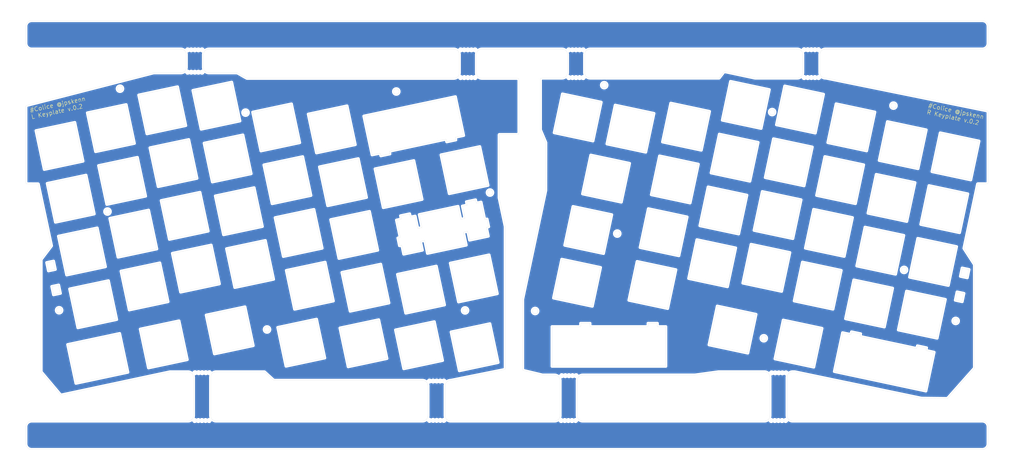
<source format=kicad_pcb>
(kicad_pcb (version 20171130) (host pcbnew "(5.1.5-0-10_14)")
  (layers (0 F.Cu signal) (31 B.Cu signal) (34 B.Paste user) (35 F.Paste user) (36 B.SilkS user) (37 F.SilkS user) (38 B.Mask user) (39 F.Mask user) (44 Edge.Cuts user))
  (net 0 "")
  (module SMK_ai03_RandomKeyboardParts:breakaway-mousebites (layer F.Cu) (at 247.7 135.4 180)
    (fp_text reference REF**)
    (fp_text value breakaway-mousebites)
    (pad "" np_thru_hole circle (at -2.54 -0.254 180) (size 0.7874 0.7874) (drill 0.7874) (layers *.Cu *.Mask))
    (pad "" np_thru_hole circle (at -1.27 -0.254 180) (size 0.7874 0.7874) (drill 0.7874) (layers *.Cu *.Mask))
    (pad "" np_thru_hole circle (at 2.54 -0.254 180) (size 0.7874 0.7874) (drill 0.7874) (layers *.Cu *.Mask))
    (pad "" np_thru_hole circle (at 1.27 -0.254 180) (size 0.7874 0.7874) (drill 0.7874) (layers *.Cu *.Mask))
    (pad "" np_thru_hole circle (at 0 -0.254 180) (size 0.7874 0.7874) (drill 0.7874) (layers *.Cu *.Mask))
  )
  (module SMK_ai03_RandomKeyboardParts:breakaway-mousebites (layer F.Cu) (at 247.57 152.754)
    (fp_text reference REF**)
    (fp_text value breakaway-mousebites)
    (pad "" np_thru_hole circle (at 0 -0.254) (size 0.7874 0.7874) (drill 0.7874) (layers *.Cu *.Mask))
    (pad "" np_thru_hole circle (at 1.27 -0.254) (size 0.7874 0.7874) (drill 0.7874) (layers *.Cu *.Mask))
    (pad "" np_thru_hole circle (at 2.54 -0.254) (size 0.7874 0.7874) (drill 0.7874) (layers *.Cu *.Mask))
    (pad "" np_thru_hole circle (at -1.27 -0.254) (size 0.7874 0.7874) (drill 0.7874) (layers *.Cu *.Mask))
    (pad "" np_thru_hole circle (at -2.54 -0.254) (size 0.7874 0.7874) (drill 0.7874) (layers *.Cu *.Mask))
  )
  (module SMK_ai03_RandomKeyboardParts:breakaway-mousebites (layer F.Cu) (at 173.6 136.4 180)
    (fp_text reference REF**)
    (fp_text value breakaway-mousebites)
    (pad "" np_thru_hole circle (at -2.54 -0.254 180) (size 0.7874 0.7874) (drill 0.7874) (layers *.Cu *.Mask))
    (pad "" np_thru_hole circle (at -1.27 -0.254 180) (size 0.7874 0.7874) (drill 0.7874) (layers *.Cu *.Mask))
    (pad "" np_thru_hole circle (at 2.54 -0.254 180) (size 0.7874 0.7874) (drill 0.7874) (layers *.Cu *.Mask))
    (pad "" np_thru_hole circle (at 1.27 -0.254 180) (size 0.7874 0.7874) (drill 0.7874) (layers *.Cu *.Mask))
    (pad "" np_thru_hole circle (at 0 -0.254 180) (size 0.7874 0.7874) (drill 0.7874) (layers *.Cu *.Mask))
  )
  (module SMK_ai03_RandomKeyboardParts:breakaway-mousebites (layer F.Cu) (at 173.4 152.754)
    (fp_text reference REF**)
    (fp_text value breakaway-mousebites)
    (pad "" np_thru_hole circle (at 0 -0.254) (size 0.7874 0.7874) (drill 0.7874) (layers *.Cu *.Mask))
    (pad "" np_thru_hole circle (at 1.27 -0.254) (size 0.7874 0.7874) (drill 0.7874) (layers *.Cu *.Mask))
    (pad "" np_thru_hole circle (at 2.54 -0.254) (size 0.7874 0.7874) (drill 0.7874) (layers *.Cu *.Mask))
    (pad "" np_thru_hole circle (at -1.27 -0.254) (size 0.7874 0.7874) (drill 0.7874) (layers *.Cu *.Mask))
    (pad "" np_thru_hole circle (at -2.54 -0.254) (size 0.7874 0.7874) (drill 0.7874) (layers *.Cu *.Mask))
  )
  (module SMK_ai03_RandomKeyboardParts:breakaway-mousebites (layer F.Cu) (at 126.9 138.3 180)
    (fp_text reference REF**)
    (fp_text value breakaway-mousebites)
    (pad "" np_thru_hole circle (at -2.54 -0.254 180) (size 0.7874 0.7874) (drill 0.7874) (layers *.Cu *.Mask))
    (pad "" np_thru_hole circle (at -1.27 -0.254 180) (size 0.7874 0.7874) (drill 0.7874) (layers *.Cu *.Mask))
    (pad "" np_thru_hole circle (at 2.54 -0.254 180) (size 0.7874 0.7874) (drill 0.7874) (layers *.Cu *.Mask))
    (pad "" np_thru_hole circle (at 1.27 -0.254 180) (size 0.7874 0.7874) (drill 0.7874) (layers *.Cu *.Mask))
    (pad "" np_thru_hole circle (at 0 -0.254 180) (size 0.7874 0.7874) (drill 0.7874) (layers *.Cu *.Mask))
  )
  (module SMK_ai03_RandomKeyboardParts:breakaway-mousebites (layer F.Cu) (at 126.9 152.7)
    (fp_text reference REF**)
    (fp_text value breakaway-mousebites)
    (pad "" np_thru_hole circle (at 0 -0.254) (size 0.7874 0.7874) (drill 0.7874) (layers *.Cu *.Mask))
    (pad "" np_thru_hole circle (at 1.27 -0.254) (size 0.7874 0.7874) (drill 0.7874) (layers *.Cu *.Mask))
    (pad "" np_thru_hole circle (at 2.54 -0.254) (size 0.7874 0.7874) (drill 0.7874) (layers *.Cu *.Mask))
    (pad "" np_thru_hole circle (at -1.27 -0.254) (size 0.7874 0.7874) (drill 0.7874) (layers *.Cu *.Mask))
    (pad "" np_thru_hole circle (at -2.54 -0.254) (size 0.7874 0.7874) (drill 0.7874) (layers *.Cu *.Mask))
  )
  (module SMK_ai03_RandomKeyboardParts:breakaway-mousebites (layer F.Cu) (at 44.1 135.346 180)
    (fp_text reference REF**)
    (fp_text value breakaway-mousebites)
    (pad "" np_thru_hole circle (at -2.54 -0.254 180) (size 0.7874 0.7874) (drill 0.7874) (layers *.Cu *.Mask))
    (pad "" np_thru_hole circle (at -1.27 -0.254 180) (size 0.7874 0.7874) (drill 0.7874) (layers *.Cu *.Mask))
    (pad "" np_thru_hole circle (at 2.54 -0.254 180) (size 0.7874 0.7874) (drill 0.7874) (layers *.Cu *.Mask))
    (pad "" np_thru_hole circle (at 1.27 -0.254 180) (size 0.7874 0.7874) (drill 0.7874) (layers *.Cu *.Mask))
    (pad "" np_thru_hole circle (at 0 -0.254 180) (size 0.7874 0.7874) (drill 0.7874) (layers *.Cu *.Mask))
  )
  (module SMK_ai03_RandomKeyboardParts:breakaway-mousebites (layer F.Cu) (at 44 152.754)
    (fp_text reference REF**)
    (fp_text value breakaway-mousebites)
    (pad "" np_thru_hole circle (at 0 -0.254) (size 0.7874 0.7874) (drill 0.7874) (layers *.Cu *.Mask))
    (pad "" np_thru_hole circle (at 1.27 -0.254) (size 0.7874 0.7874) (drill 0.7874) (layers *.Cu *.Mask))
    (pad "" np_thru_hole circle (at 2.54 -0.254) (size 0.7874 0.7874) (drill 0.7874) (layers *.Cu *.Mask))
    (pad "" np_thru_hole circle (at -1.27 -0.254) (size 0.7874 0.7874) (drill 0.7874) (layers *.Cu *.Mask))
    (pad "" np_thru_hole circle (at -2.54 -0.254) (size 0.7874 0.7874) (drill 0.7874) (layers *.Cu *.Mask))
  )
  (module SMK_ai03_RandomKeyboardParts:breakaway-mousebites (layer F.Cu) (at 41.5 29.754)
    (fp_text reference REF**)
    (fp_text value breakaway-mousebites)
    (pad "" np_thru_hole circle (at -2.54 -0.254) (size 0.7874 0.7874) (drill 0.7874) (layers *.Cu *.Mask))
    (pad "" np_thru_hole circle (at -1.27 -0.254) (size 0.7874 0.7874) (drill 0.7874) (layers *.Cu *.Mask))
    (pad "" np_thru_hole circle (at 2.54 -0.254) (size 0.7874 0.7874) (drill 0.7874) (layers *.Cu *.Mask))
    (pad "" np_thru_hole circle (at 1.27 -0.254) (size 0.7874 0.7874) (drill 0.7874) (layers *.Cu *.Mask))
    (pad "" np_thru_hole circle (at 0 -0.254) (size 0.7874 0.7874) (drill 0.7874) (layers *.Cu *.Mask))
  )
  (module SMK_ai03_RandomKeyboardParts:breakaway-mousebites (layer F.Cu) (at 41.5 21.346 180)
    (fp_text reference REF**)
    (fp_text value breakaway-mousebites)
    (pad "" np_thru_hole circle (at 0 -0.254 180) (size 0.7874 0.7874) (drill 0.7874) (layers *.Cu *.Mask))
    (pad "" np_thru_hole circle (at 1.27 -0.254 180) (size 0.7874 0.7874) (drill 0.7874) (layers *.Cu *.Mask))
    (pad "" np_thru_hole circle (at 2.54 -0.254 180) (size 0.7874 0.7874) (drill 0.7874) (layers *.Cu *.Mask))
    (pad "" np_thru_hole circle (at -1.27 -0.254 180) (size 0.7874 0.7874) (drill 0.7874) (layers *.Cu *.Mask))
    (pad "" np_thru_hole circle (at -2.54 -0.254 180) (size 0.7874 0.7874) (drill 0.7874) (layers *.Cu *.Mask))
  )
  (module SMK_ai03_RandomKeyboardParts:breakaway-mousebites (layer F.Cu) (at 137.9 31.654)
    (fp_text reference REF**)
    (fp_text value breakaway-mousebites)
    (pad "" np_thru_hole circle (at -2.54 -0.254) (size 0.7874 0.7874) (drill 0.7874) (layers *.Cu *.Mask))
    (pad "" np_thru_hole circle (at -1.27 -0.254) (size 0.7874 0.7874) (drill 0.7874) (layers *.Cu *.Mask))
    (pad "" np_thru_hole circle (at 2.54 -0.254) (size 0.7874 0.7874) (drill 0.7874) (layers *.Cu *.Mask))
    (pad "" np_thru_hole circle (at 1.27 -0.254) (size 0.7874 0.7874) (drill 0.7874) (layers *.Cu *.Mask))
    (pad "" np_thru_hole circle (at 0 -0.254) (size 0.7874 0.7874) (drill 0.7874) (layers *.Cu *.Mask))
  )
  (module SMK_ai03_RandomKeyboardParts:breakaway-mousebites (layer F.Cu) (at 137.9 21.346 180)
    (fp_text reference REF**)
    (fp_text value breakaway-mousebites)
    (pad "" np_thru_hole circle (at 0 -0.254 180) (size 0.7874 0.7874) (drill 0.7874) (layers *.Cu *.Mask))
    (pad "" np_thru_hole circle (at 1.27 -0.254 180) (size 0.7874 0.7874) (drill 0.7874) (layers *.Cu *.Mask))
    (pad "" np_thru_hole circle (at 2.54 -0.254 180) (size 0.7874 0.7874) (drill 0.7874) (layers *.Cu *.Mask))
    (pad "" np_thru_hole circle (at -1.27 -0.254 180) (size 0.7874 0.7874) (drill 0.7874) (layers *.Cu *.Mask))
    (pad "" np_thru_hole circle (at -2.54 -0.254 180) (size 0.7874 0.7874) (drill 0.7874) (layers *.Cu *.Mask))
  )
  (module SMK_ai03_RandomKeyboardParts:breakaway-mousebites (layer F.Cu) (at 176.1 31.654)
    (fp_text reference REF**)
    (fp_text value breakaway-mousebites)
    (pad "" np_thru_hole circle (at -2.54 -0.254) (size 0.7874 0.7874) (drill 0.7874) (layers *.Cu *.Mask))
    (pad "" np_thru_hole circle (at -1.27 -0.254) (size 0.7874 0.7874) (drill 0.7874) (layers *.Cu *.Mask))
    (pad "" np_thru_hole circle (at 2.54 -0.254) (size 0.7874 0.7874) (drill 0.7874) (layers *.Cu *.Mask))
    (pad "" np_thru_hole circle (at 1.27 -0.254) (size 0.7874 0.7874) (drill 0.7874) (layers *.Cu *.Mask))
    (pad "" np_thru_hole circle (at 0 -0.254) (size 0.7874 0.7874) (drill 0.7874) (layers *.Cu *.Mask))
  )
  (module SMK_ai03_RandomKeyboardParts:breakaway-mousebites (layer F.Cu) (at 176.1 21.346 180)
    (fp_text reference REF**)
    (fp_text value breakaway-mousebites)
    (pad "" np_thru_hole circle (at 0 -0.254 180) (size 0.7874 0.7874) (drill 0.7874) (layers *.Cu *.Mask))
    (pad "" np_thru_hole circle (at 1.27 -0.254 180) (size 0.7874 0.7874) (drill 0.7874) (layers *.Cu *.Mask))
    (pad "" np_thru_hole circle (at 2.54 -0.254 180) (size 0.7874 0.7874) (drill 0.7874) (layers *.Cu *.Mask))
    (pad "" np_thru_hole circle (at -1.27 -0.254 180) (size 0.7874 0.7874) (drill 0.7874) (layers *.Cu *.Mask))
    (pad "" np_thru_hole circle (at -2.54 -0.254 180) (size 0.7874 0.7874) (drill 0.7874) (layers *.Cu *.Mask))
  )
  (module SMK_ai03_RandomKeyboardParts:breakaway-mousebites (layer F.Cu) (at 259.2 31.646)
    (fp_text reference REF**)
    (fp_text value breakaway-mousebites)
    (pad "" np_thru_hole circle (at 0 -0.254) (size 0.7874 0.7874) (drill 0.7874) (layers *.Cu *.Mask))
    (pad "" np_thru_hole circle (at 1.27 -0.254) (size 0.7874 0.7874) (drill 0.7874) (layers *.Cu *.Mask))
    (pad "" np_thru_hole circle (at 2.54 -0.254) (size 0.7874 0.7874) (drill 0.7874) (layers *.Cu *.Mask))
    (pad "" np_thru_hole circle (at -1.27 -0.254) (size 0.7874 0.7874) (drill 0.7874) (layers *.Cu *.Mask))
    (pad "" np_thru_hole circle (at -2.54 -0.254) (size 0.7874 0.7874) (drill 0.7874) (layers *.Cu *.Mask))
  )
  (module SMK_ai03_RandomKeyboardParts:breakaway-mousebites (layer F.Cu) (at 259.2 21.3 180)
    (fp_text reference REF**)
    (fp_text value breakaway-mousebites)
    (pad "" np_thru_hole circle (at -2.54 -0.254 180) (size 0.7874 0.7874) (drill 0.7874) (layers *.Cu *.Mask))
    (pad "" np_thru_hole circle (at -1.27 -0.254 180) (size 0.7874 0.7874) (drill 0.7874) (layers *.Cu *.Mask))
    (pad "" np_thru_hole circle (at 2.54 -0.254 180) (size 0.7874 0.7874) (drill 0.7874) (layers *.Cu *.Mask))
    (pad "" np_thru_hole circle (at 1.27 -0.254 180) (size 0.7874 0.7874) (drill 0.7874) (layers *.Cu *.Mask))
    (pad "" np_thru_hole circle (at 0 -0.254 180) (size 0.7874 0.7874) (drill 0.7874) (layers *.Cu *.Mask))
  )
  (gr_text "#Colice @jpskenn\nL Keyplate v.0.2" (at -16.57 44.16 12) (layer F.SilkS) (effects (font (size 1.5 1.5)) (justify left)))
  (gr_text "#Colice @jpskenn\nR Keyplate v.0.2" (at 300.18 42.33 -12) (layer F.SilkS) (effects (font (size 1.5 1.5)) (justify left)))
  (gr_curve (pts (xy 290.96352 99.102866) (xy 291.078666 98.562693) (xy 291.609526 98.217253) (xy 292.1497 98.3324)) (layer Edge.Cuts) (width 0.05))
  (gr_curve (pts (xy 262.190401 29.593226) (xy 262.190401 30.698126) (xy 263.085326 31.5939) (xy 264.190226 31.5939)) (layer Edge.Cuts) (width 0.05))
  (gr_line (start -10.814304 96.718653) (end -10.814304 96.718653) (layer Edge.Cuts) (width 0.05))
  (gr_line (start -10.190564 99.6532) (end -10.814304 96.718653) (layer Edge.Cuts) (width 0.05))
  (gr_line (start -7.757583 99.135886) (end -10.190564 99.6532) (layer Edge.Cuts) (width 0.05))
  (gr_line (start -8.381238 96.202186) (end -7.757583 99.135886) (layer Edge.Cuts) (width 0.05))
  (gr_line (start -10.814304 96.718653) (end -8.381238 96.202186) (layer Edge.Cuts) (width 0.05))
  (gr_line (start -9.020302 105.159073) (end -9.020302 105.159073) (layer Edge.Cuts) (width 0.05))
  (gr_line (start -8.396562 108.09362) (end -9.020302 105.159073) (layer Edge.Cuts) (width 0.05))
  (gr_line (start -5.963496 107.577153) (end -8.396562 108.09362) (layer Edge.Cuts) (width 0.05))
  (gr_line (start -6.587236 104.642606) (end -5.963496 107.577153) (layer Edge.Cuts) (width 0.05))
  (gr_line (start -9.020302 105.159073) (end -6.587236 104.642606) (layer Edge.Cuts) (width 0.05))
  (gr_line (start -6.632278 112.578413) (end -6.632278 112.578413) (layer Edge.Cuts) (width 0.05))
  (gr_line (start -14.586458 50.1359) (end -14.586458 50.1359) (layer Edge.Cuts) (width 0.05))
  (gr_line (start -11.675618 63.829886) (end -14.586458 50.1359) (layer Edge.Cuts) (width 0.05))
  (gr_line (start 2.018877 60.919046) (end -11.675618 63.829886) (layer Edge.Cuts) (width 0.05))
  (gr_line (start -0.891963 47.22506) (end 2.018877 60.919046) (layer Edge.Cuts) (width 0.05))
  (gr_line (start -14.586458 50.1359) (end -0.891963 47.22506) (layer Edge.Cuts) (width 0.05))
  (gr_curve (pts (xy -5.446268 113.34888) (xy -5.560991 112.808706) (xy -6.092444 112.464113) (xy -6.632278 112.578413)) (layer Edge.Cuts) (width 0.05))
  (gr_curve (pts (xy -6.21648 114.53506) (xy -5.676646 114.419913) (xy -5.33146 113.888206) (xy -5.446268 113.34888)) (layer Edge.Cuts) (width 0.05))
  (gr_curve (pts (xy -7.402491 113.764593) (xy -7.287768 114.30392) (xy -6.756315 114.64936) (xy -6.21648 114.53506)) (layer Edge.Cuts) (width 0.05))
  (gr_curve (pts (xy -6.632278 112.578413) (xy -7.172113 112.69356) (xy -7.517299 113.22442) (xy -7.402491 113.764593)) (layer Edge.Cuts) (width 0.05))
  (gr_line (start -10.625751 68.76934) (end -10.625751 68.76934) (layer Edge.Cuts) (width 0.05))
  (gr_line (start -7.714911 82.463326) (end -10.625751 68.76934) (layer Edge.Cuts) (width 0.05))
  (gr_line (start 5.979584 79.552486) (end -7.714911 82.463326) (layer Edge.Cuts) (width 0.05))
  (gr_line (start 3.068744 65.8585) (end 5.979584 79.552486) (layer Edge.Cuts) (width 0.05))
  (gr_line (start -10.625751 68.76934) (end 3.068744 65.8585) (layer Edge.Cuts) (width 0.05))
  (gr_line (start -6.665044 87.40278) (end -6.665044 87.40278) (layer Edge.Cuts) (width 0.05))
  (gr_line (start -3.754204 101.097613) (end -6.665044 87.40278) (layer Edge.Cuts) (width 0.05))
  (gr_line (start 9.94029 98.186773) (end -3.754204 101.097613) (layer Edge.Cuts) (width 0.05))
  (gr_line (start 7.02945 84.49194) (end 9.94029 98.186773) (layer Edge.Cuts) (width 0.05))
  (gr_line (start -6.665044 87.40278) (end 7.02945 84.49194) (layer Edge.Cuts) (width 0.05))
  (gr_line (start 10.659957 79.700653) (end 10.659957 79.700653) (layer Edge.Cuts) (width 0.05))
  (gr_line (start -2.704338 106.03622) (end -2.704338 106.03622) (layer Edge.Cuts) (width 0.05))
  (gr_line (start 0.206502 119.731053) (end -2.704338 106.03622) (layer Edge.Cuts) (width 0.05))
  (gr_line (start 13.900997 116.820213) (end 0.206502 119.731053) (layer Edge.Cuts) (width 0.05))
  (gr_line (start 10.990157 103.12538) (end 13.900997 116.820213) (layer Edge.Cuts) (width 0.05))
  (gr_line (start -2.704338 106.03622) (end 10.990157 103.12538) (layer Edge.Cuts) (width 0.05))
  (gr_curve (pts (xy 9.661737 78.70074) (xy 9.661737 79.253613) (xy 10.110216 79.700653) (xy 10.659957 79.700653)) (layer Edge.Cuts) (width 0.05))
  (gr_curve (pts (xy 10.659957 77.700826) (xy 10.110216 77.700826) (xy 9.661737 78.148713) (xy 9.661737 78.70074)) (layer Edge.Cuts) (width 0.05))
  (gr_curve (pts (xy 11.661733 78.70074) (xy 11.661733 78.148713) (xy 11.213338 77.700826) (xy 10.659957 77.700826)) (layer Edge.Cuts) (width 0.05))
  (gr_curve (pts (xy 10.659957 79.700653) (xy 11.213338 79.700653) (xy 11.661733 79.253613) (xy 11.661733 78.70074)) (layer Edge.Cuts) (width 0.05))
  (gr_line (start 14.860101 34.335406) (end 14.860101 34.335406) (layer Edge.Cuts) (width 0.05))
  (gr_line (start -3.40216 125.66026) (end -3.40216 125.66026) (layer Edge.Cuts) (width 0.05))
  (gr_line (start -0.49132 139.355093) (end -3.40216 125.66026) (layer Edge.Cuts) (width 0.05))
  (gr_line (start 17.861704 135.453653) (end -0.49132 139.355093) (layer Edge.Cuts) (width 0.05))
  (gr_line (start 14.950864 121.759666) (end 17.861704 135.453653) (layer Edge.Cuts) (width 0.05))
  (gr_line (start -3.40216 125.66026) (end 14.950864 121.759666) (layer Edge.Cuts) (width 0.05))
  (gr_curve (pts (xy 16.046112 35.105873) (xy 15.931388 34.5657) (xy 15.399936 34.221106) (xy 14.860101 34.335406)) (layer Edge.Cuts) (width 0.05))
  (gr_curve (pts (xy 15.275899 36.292053) (xy 15.815734 36.176906) (xy 16.16092 35.6452) (xy 16.046112 35.105873)) (layer Edge.Cuts) (width 0.05))
  (gr_curve (pts (xy 14.089888 35.521586) (xy 14.204612 36.06176) (xy 14.736064 36.406353) (xy 15.275899 36.292053)) (layer Edge.Cuts) (width 0.05))
  (gr_curve (pts (xy 14.860101 34.335406) (xy 14.320266 34.450553) (xy 13.97508 34.981413) (xy 14.089888 35.521586)) (layer Edge.Cuts) (width 0.05))
  (gr_line (start 3.55236 43.84686) (end 3.55236 43.84686) (layer Edge.Cuts) (width 0.05))
  (gr_line (start 6.4632 57.541693) (end 3.55236 43.84686) (layer Edge.Cuts) (width 0.05))
  (gr_line (start 20.157694 54.630853) (end 6.4632 57.541693) (layer Edge.Cuts) (width 0.05))
  (gr_line (start 17.246854 40.93602) (end 20.157694 54.630853) (layer Edge.Cuts) (width 0.05))
  (gr_line (start 3.55236 43.84686) (end 17.246854 40.93602) (layer Edge.Cuts) (width 0.05))
  (gr_line (start 7.513066 62.4803) (end 7.513066 62.4803) (layer Edge.Cuts) (width 0.05))
  (gr_line (start 10.423906 76.175133) (end 7.513066 62.4803) (layer Edge.Cuts) (width 0.05))
  (gr_line (start 24.118401 73.264293) (end 10.423906 76.175133) (layer Edge.Cuts) (width 0.05))
  (gr_line (start 21.207561 59.56946) (end 24.118401 73.264293) (layer Edge.Cuts) (width 0.05))
  (gr_line (start 7.513066 62.4803) (end 21.207561 59.56946) (layer Edge.Cuts) (width 0.05))
  (gr_line (start 11.473773 81.114586) (end 11.473773 81.114586) (layer Edge.Cuts) (width 0.05))
  (gr_line (start 14.384613 94.808573) (end 11.473773 81.114586) (layer Edge.Cuts) (width 0.05))
  (gr_line (start 28.079108 91.897733) (end 14.384613 94.808573) (layer Edge.Cuts) (width 0.05))
  (gr_line (start 25.168268 78.2029) (end 28.079108 91.897733) (layer Edge.Cuts) (width 0.05))
  (gr_line (start 11.473773 81.114586) (end 25.168268 78.2029) (layer Edge.Cuts) (width 0.05))
  (gr_line (start 15.43448 99.748026) (end 15.43448 99.748026) (layer Edge.Cuts) (width 0.05))
  (gr_line (start 18.34532 113.442013) (end 15.43448 99.748026) (layer Edge.Cuts) (width 0.05))
  (gr_line (start 32.039814 110.531173) (end 18.34532 113.442013) (layer Edge.Cuts) (width 0.05))
  (gr_line (start 29.128974 96.837186) (end 32.039814 110.531173) (layer Edge.Cuts) (width 0.05))
  (gr_line (start 15.43448 99.748026) (end 29.128974 96.837186) (layer Edge.Cuts) (width 0.05))
  (gr_line (start 21.690669 37.55528) (end 21.690669 37.55528) (layer Edge.Cuts) (width 0.05))
  (gr_line (start 24.601509 51.250113) (end 21.690669 37.55528) (layer Edge.Cuts) (width 0.05))
  (gr_line (start 38.296004 48.339273) (end 24.601509 51.250113) (layer Edge.Cuts) (width 0.05))
  (gr_line (start 35.385164 34.64444) (end 38.296004 48.339273) (layer Edge.Cuts) (width 0.05))
  (gr_line (start 21.690669 37.55528) (end 35.385164 34.64444) (layer Edge.Cuts) (width 0.05))
  (gr_line (start 22.220428 120.2145) (end 22.220428 120.2145) (layer Edge.Cuts) (width 0.05))
  (gr_line (start 25.131353 133.908486) (end 22.220428 120.2145) (layer Edge.Cuts) (width 0.05))
  (gr_line (start 38.825848 130.997646) (end 25.131353 133.908486) (layer Edge.Cuts) (width 0.05))
  (gr_line (start 112.42946 35.336166) (end 112.42946 35.336166) (layer Edge.Cuts) (width 0.05))
  (gr_line (start 105.13458 63.627533) (end 105.13458 63.627533) (layer Edge.Cuts) (width 0.05))
  (gr_line (start 108.04542 77.322366) (end 105.13458 63.627533) (layer Edge.Cuts) (width 0.05))
  (gr_line (start 121.740253 74.411526) (end 108.04542 77.322366) (layer Edge.Cuts) (width 0.05))
  (gr_line (start 118.829413 60.716693) (end 121.740253 74.411526) (layer Edge.Cuts) (width 0.05))
  (gr_line (start 105.13458 63.627533) (end 118.829413 60.716693) (layer Edge.Cuts) (width 0.05))
  (gr_curve (pts (xy 113.61564 36.105786) (xy 113.50134 35.56646) (xy 112.969633 35.22102) (xy 112.42946 35.336166)) (layer Edge.Cuts) (width 0.05))
  (gr_curve (pts (xy 112.84602 37.291966) (xy 113.385346 37.177666) (xy 113.730786 36.64596) (xy 113.61564 36.105786)) (layer Edge.Cuts) (width 0.05))
  (gr_curve (pts (xy 111.65984 36.5215) (xy 111.77414 37.061673) (xy 112.305846 37.407113) (xy 112.84602 37.291966)) (layer Edge.Cuts) (width 0.05))
  (gr_curve (pts (xy 112.42946 35.336166) (xy 111.890133 35.450466) (xy 111.544693 35.982173) (xy 111.65984 36.5215)) (layer Edge.Cuts) (width 0.05))
  (gr_line (start 49.052142 135.278393) (end 49.052142 135.278393) (layer Edge.Cuts) (width 0.05))
  (gr_line (start 47.052146 137.279066) (end 47.052146 150.69958) (layer Edge.Cuts) (width 0.05))
  (gr_curve (pts (xy 66.029586 135.278393) (xy 66.029586 135.278393) (xy 53.737341 135.278393) (xy 49.052142 135.278393)) (layer Edge.Cuts) (width 0.05))
  (gr_curve (pts (xy 66.137113 135.320726) (xy 66.108326 135.293633) (xy 66.06938 135.278393) (xy 66.029586 135.278393)) (layer Edge.Cuts) (width 0.05))
  (gr_curve (pts (xy 69.34344 138.241726) (xy 68.975986 137.906446) (xy 66.505413 135.656007) (xy 66.137113 135.320726)) (layer Edge.Cuts) (width 0.05))
  (gr_curve (pts (xy 69.450966 138.283213) (xy 69.411173 138.283213) (xy 69.373073 138.267973) (xy 69.34344 138.241726)) (layer Edge.Cuts) (width 0.05))
  (gr_curve (pts (xy 121.856246 138.283213) (xy 112.153446 138.283213) (xy 69.450966 138.283213) (xy 69.450966 138.283213)) (layer Edge.Cuts) (width 0.05))
  (gr_curve (pts (xy 123.856073 140.28304) (xy 123.856073 139.178986) (xy 122.961146 138.283213) (xy 121.856246 138.283213)) (layer Edge.Cuts) (width 0.05))
  (gr_curve (pts (xy 123.856073 150.69958) (xy 123.856073 147.950453) (xy 123.856073 143.032166) (xy 123.856073 140.28304)) (layer Edge.Cuts) (width 0.05))
  (gr_curve (pts (xy 121.856246 152.700253) (xy 122.961146 152.700253) (xy 123.856073 151.80448) (xy 123.856073 150.69958)) (layer Edge.Cuts) (width 0.05))
  (gr_curve (pts (xy 49.052142 152.700253) (xy 59.659266 152.700253) (xy 111.249206 152.700253) (xy 121.856246 152.700253)) (layer Edge.Cuts) (width 0.05))
  (gr_curve (pts (xy 47.052146 150.69958) (xy 47.052146 151.80448) (xy 47.94758 152.700253) (xy 49.052142 152.700253)) (layer Edge.Cuts) (width 0.05))
  (gr_line (start 112.36596 120.509986) (end 112.36596 120.509986) (layer Edge.Cuts) (width 0.05))
  (gr_line (start 115.2768 134.20482) (end 112.36596 120.509986) (layer Edge.Cuts) (width 0.05))
  (gr_line (start 115.978686 114.579933) (end 113.067 100.8851) (layer Edge.Cuts) (width 0.05))
  (gr_line (start 129.672673 111.669093) (end 115.978686 114.579933) (layer Edge.Cuts) (width 0.05))
  (gr_line (start 126.761834 97.97426) (end 129.672673 111.669093) (layer Edge.Cuts) (width 0.05))
  (gr_line (start 113.067 100.8851) (end 126.761834 97.97426) (layer Edge.Cuts) (width 0.05))
  (gr_line (start 44.512569 27.739026) (end 44.512569 27.739026) (layer Edge.Cuts) (width 0.05))
  (gr_line (start 133.469973 52.464233) (end 133.469973 52.464233) (layer Edge.Cuts) (width 0.05))
  (gr_line (start 136.423146 51.836853) (end 133.469973 52.464233) (layer Edge.Cuts) (width 0.05))
  (gr_line (start 133.512307 38.14202) (end 136.423146 51.836853) (layer Edge.Cuts) (width 0.05))
  (gr_line (start 101.17472 44.993246) (end 133.512307 38.14202) (layer Edge.Cuts) (width 0.05))
  (gr_line (start 104.08556 58.68808) (end 101.17472 44.993246) (layer Edge.Cuts) (width 0.05))
  (gr_line (start 106.971846 58.09626) (end 104.08556 58.68808) (layer Edge.Cuts) (width 0.05))
  (gr_line (start 107.172506 59.0386) (end 106.971846 58.09626) (layer Edge.Cuts) (width 0.05))
  (gr_line (start 110.4 58.351953) (end 107.172506 59.0386) (layer Edge.Cuts) (width 0.05))
  (gr_line (start 110.200186 57.41046) (end 110.4 58.351953) (layer Edge.Cuts) (width 0.05))
  (gr_line (start 130.24248 53.150033) (end 110.200186 57.41046) (layer Edge.Cuts) (width 0.05))
  (gr_line (start 130.442293 54.092373) (end 130.24248 53.150033) (layer Edge.Cuts) (width 0.05))
  (gr_line (start 133.670633 53.405726) (end 130.442293 54.092373) (layer Edge.Cuts) (width 0.05))
  (gr_line (start 133.469973 52.464233) (end 133.670633 53.405726) (layer Edge.Cuts) (width 0.05))
  (gr_curve (pts (xy 44.512569 23.296566) (xy 44.512569 24.637686) (xy 44.512569 26.397906) (xy 44.512569 27.739026)) (layer Edge.Cuts) (width 0.05))
  (gr_curve (pts (xy 46.512565 21.29674) (xy 45.408004 21.29674) (xy 44.512569 22.191666) (xy 44.512569 23.296566)) (layer Edge.Cuts) (width 0.05))
  (gr_curve (pts (xy 132.920486 21.29674) (xy 121.086626 21.29674) (xy 58.346933 21.29674) (xy 46.512565 21.29674)) (layer Edge.Cuts) (width 0.05))
  (gr_curve (pts (xy 134.92116 23.296566) (xy 134.92116 22.191666) (xy 134.025387 21.29674) (xy 132.920486 21.29674)) (layer Edge.Cuts) (width 0.05))
  (gr_curve (pts (xy 134.92116 29.677046) (xy 134.92116 27.840626) (xy 134.92116 25.132986) (xy 134.92116 23.296566)) (layer Edge.Cuts) (width 0.05))
  (gr_curve (pts (xy 132.920486 31.676873) (xy 134.025387 31.676873) (xy 134.92116 30.781946) (xy 134.92116 29.677046)) (layer Edge.Cuts) (width 0.05))
  (gr_curve (pts (xy 59.92512 31.676873) (xy 59.92512 31.676873) (xy 121.10356 31.676873) (xy 132.920486 31.676873)) (layer Edge.Cuts) (width 0.05))
  (gr_curve (pts (xy 59.84638 31.656553) (xy 59.870086 31.6701) (xy 59.89718 31.676873) (xy 59.92512 31.676873)) (layer Edge.Cuts) (width 0.05))
  (gr_curve (pts (xy 56.496966 29.76002) (xy 56.840713 29.954753) (xy 59.501786 31.460973) (xy 59.84638 31.656553)) (layer Edge.Cuts) (width 0.05))
  (gr_curve (pts (xy 56.41738 29.7397) (xy 56.44532 29.7397) (xy 56.472413 29.746473) (xy 56.496966 29.76002)) (layer Edge.Cuts) (width 0.05))
  (gr_curve (pts (xy 46.512565 29.7397) (xy 49.660726 29.7397) (xy 56.41738 29.7397) (xy 56.41738 29.7397)) (layer Edge.Cuts) (width 0.05))
  (gr_curve (pts (xy 45.098293 29.153806) (xy 45.473366 29.52888) (xy 45.982128 29.7397) (xy 46.512565 29.7397)) (layer Edge.Cuts) (width 0.05))
  (gr_curve (pts (xy 44.512569 27.739026) (xy 44.512569 28.269886) (xy 44.72322 28.778733) (xy 45.098293 29.153806)) (layer Edge.Cuts) (width 0.05))
  (gr_line (start 136.712706 112.634293) (end 136.712706 112.634293) (layer Edge.Cuts) (width 0.05))
  (gr_line (start 128.430613 58.679613) (end 128.430613 58.679613) (layer Edge.Cuts) (width 0.05))
  (gr_line (start 131.341453 72.374446) (end 128.430613 58.679613) (layer Edge.Cuts) (width 0.05))
  (gr_line (start 145.03544 69.463606) (end 131.341453 72.374446) (layer Edge.Cuts) (width 0.05))
  (gr_line (start 142.1246 55.768773) (end 145.03544 69.463606) (layer Edge.Cuts) (width 0.05))
  (gr_line (start 128.430613 58.679613) (end 142.1246 55.768773) (layer Edge.Cuts) (width 0.05))
  (gr_curve (pts (xy 137.898886 113.40476) (xy 137.78374 112.864586) (xy 137.25288 112.519146) (xy 136.712706 112.634293)) (layer Edge.Cuts) (width 0.05))
  (gr_curve (pts (xy 137.12842 114.59094) (xy 137.668593 114.475793) (xy 138.013186 113.944086) (xy 137.898886 113.40476)) (layer Edge.Cuts) (width 0.05))
  (gr_curve (pts (xy 135.94224 113.820473) (xy 136.057386 114.3598) (xy 136.588246 114.70524) (xy 137.12842 114.59094)) (layer Edge.Cuts) (width 0.05))
  (gr_curve (pts (xy 136.712706 112.634293) (xy 136.172533 112.74944) (xy 135.82794 113.2803) (xy 135.94224 113.820473)) (layer Edge.Cuts) (width 0.05))
  (gr_line (start 120.738646 79.773466) (end 120.738646 79.773466) (layer Edge.Cuts) (width 0.05))
  (gr_line (start 121.7157 84.370866) (end 120.738646 79.773466) (layer Edge.Cuts) (width 0.05))
  (gr_line (start 120.228953 84.686673) (end 121.7157 84.370866) (layer Edge.Cuts) (width 0.05))
  (gr_line (start 119.299313 80.314486) (end 120.228953 84.686673) (layer Edge.Cuts) (width 0.05))
  (gr_line (start 117.611906 80.672626) (end 119.299313 80.314486) (layer Edge.Cuts) (width 0.05))
  (gr_line (start 117.362986 79.499146) (end 117.611906 80.672626) (layer Edge.Cuts) (width 0.05))
  (gr_line (start 114.134646 80.184946) (end 117.362986 79.499146) (layer Edge.Cuts) (width 0.05))
  (gr_line (start 114.384413 81.359273) (end 114.134646 80.184946) (layer Edge.Cuts) (width 0.05))
  (gr_line (start 112.697006 81.717413) (end 114.384413 81.359273) (layer Edge.Cuts) (width 0.05))
  (gr_line (start 114.003413 87.86506) (end 112.697006 81.717413) (layer Edge.Cuts) (width 0.05))
  (gr_line (start 113.19146 88.03778) (end 114.003413 87.86506) (layer Edge.Cuts) (width 0.05))
  (gr_line (start 113.77058 90.762353) (end 113.19146 88.03778) (layer Edge.Cuts) (width 0.05))
  (gr_line (start 114.582533 90.589633) (end 113.77058 90.762353) (layer Edge.Cuts) (width 0.05))
  (gr_line (start 115.25394 93.748546) (end 114.582533 90.589633) (layer Edge.Cuts) (width 0.05))
  (gr_line (start 121.856246 92.34562) (end 115.25394 93.748546) (layer Edge.Cuts) (width 0.05))
  (gr_line (start 121.18484 89.18586) (end 121.856246 92.34562) (layer Edge.Cuts) (width 0.05))
  (gr_line (start 122.671586 88.870053) (end 121.18484 89.18586) (layer Edge.Cuts) (width 0.05))
  (gr_line (start 123.649487 93.467453) (end 122.671586 88.870053) (layer Edge.Cuts) (width 0.05))
  (gr_line (start 137.343473 90.556613) (end 123.649487 93.467453) (layer Edge.Cuts) (width 0.05))
  (gr_line (start 136.36642 85.959213) (end 137.343473 90.556613) (layer Edge.Cuts) (width 0.05))
  (gr_line (start 137.85232 85.643406) (end 136.36642 85.959213) (layer Edge.Cuts) (width 0.05))
  (gr_line (start 138.524573 88.80232) (end 137.85232 85.643406) (layer Edge.Cuts) (width 0.05))
  (gr_line (start 145.12688 87.399393) (end 138.524573 88.80232) (layer Edge.Cuts) (width 0.05))
  (gr_line (start 144.455473 84.239633) (end 145.12688 87.399393) (layer Edge.Cuts) (width 0.05))
  (gr_line (start 145.267426 84.066913) (end 144.455473 84.239633) (layer Edge.Cuts) (width 0.05))
  (gr_line (start 144.688306 81.343186) (end 145.267426 84.066913) (layer Edge.Cuts) (width 0.05))
  (gr_line (start 143.876353 81.515906) (end 144.688306 81.343186) (layer Edge.Cuts) (width 0.05))
  (gr_line (start 142.5691 75.36826) (end 143.876353 81.515906) (layer Edge.Cuts) (width 0.05))
  (gr_line (start 140.88254 75.7264) (end 142.5691 75.36826) (layer Edge.Cuts) (width 0.05))
  (gr_line (start 140.632773 74.55292) (end 140.88254 75.7264) (layer Edge.Cuts) (width 0.05))
  (gr_line (start 137.404433 75.23872) (end 140.632773 74.55292) (layer Edge.Cuts) (width 0.05))
  (gr_line (start 137.6542 76.413046) (end 137.404433 75.23872) (layer Edge.Cuts) (width 0.05))
  (gr_line (start 135.966793 76.771186) (end 137.6542 76.413046) (layer Edge.Cuts) (width 0.05))
  (gr_line (start 136.896433 81.143373) (end 135.966793 76.771186) (layer Edge.Cuts) (width 0.05))
  (gr_line (start 135.409686 81.460026) (end 136.896433 81.143373) (layer Edge.Cuts) (width 0.05))
  (gr_line (start 134.432633 76.862626) (end 135.409686 81.460026) (layer Edge.Cuts) (width 0.05))
  (gr_line (start 120.738646 79.773466) (end 134.432633 76.862626) (layer Edge.Cuts) (width 0.05))
  (gr_line (start 145.717006 72.9959) (end 145.717006 72.9959) (layer Edge.Cuts) (width 0.05))
  (gr_line (start 131.707214 96.923546) (end 131.707214 96.923546) (layer Edge.Cuts) (width 0.05))
  (gr_line (start 134.618053 110.617533) (end 131.707214 96.923546) (layer Edge.Cuts) (width 0.05))
  (gr_line (start 148.312886 107.706693) (end 134.618053 110.617533) (layer Edge.Cuts) (width 0.05))
  (gr_line (start 145.402046 94.012706) (end 148.312886 107.706693) (layer Edge.Cuts) (width 0.05))
  (gr_line (start 131.707214 96.923546) (end 145.402046 94.012706) (layer Edge.Cuts) (width 0.05))
  (gr_curve (pts (xy 144.718786 71.995986) (xy 144.718786 72.54886) (xy 145.16752 72.9959) (xy 145.717006 72.9959)) (layer Edge.Cuts) (width 0.05))
  (gr_curve (pts (xy 145.717006 70.996073) (xy 145.16752 70.996073) (xy 144.718786 71.44396) (xy 144.718786 71.995986)) (layer Edge.Cuts) (width 0.05))
  (gr_curve (pts (xy 146.718613 71.995986) (xy 146.718613 71.44396) (xy 146.270726 70.996073) (xy 145.717006 70.996073)) (layer Edge.Cuts) (width 0.05))
  (gr_curve (pts (xy 145.717006 72.9959) (xy 146.270726 72.9959) (xy 146.718613 72.54886) (xy 146.718613 71.995986)) (layer Edge.Cuts) (width 0.05))
  (gr_line (start 131.990846 121.22288) (end 131.990846 121.22288) (layer Edge.Cuts) (width 0.05))
  (gr_line (start 134.901686 134.916866) (end 131.990846 121.22288) (layer Edge.Cuts) (width 0.05))
  (gr_line (start 148.595673 132.006027) (end 134.901686 134.916866) (layer Edge.Cuts) (width 0.05))
  (gr_line (start 145.68568 118.31204) (end 148.595673 132.006027) (layer Edge.Cuts) (width 0.05))
  (gr_line (start 131.990846 121.22288) (end 145.68568 118.31204) (layer Edge.Cuts) (width 0.05))
  (gr_line (start 161.65974 114.81954) (end 161.65974 114.81954) (layer Edge.Cuts) (width 0.05))
  (gr_line (start 140.92064 29.677046) (end 140.92064 29.677046) (layer Edge.Cuts) (width 0.05))
  (gr_curve (pts (xy 162.65796 113.819626) (xy 162.65796 114.3725) (xy 162.209226 114.81954) (xy 161.65974 114.81954)) (layer Edge.Cuts) (width 0.05))
  (gr_curve (pts (xy 161.65974 112.819713) (xy 162.209226 112.819713) (xy 162.65796 113.2676) (xy 162.65796 113.819626)) (layer Edge.Cuts) (width 0.05))
  (gr_curve (pts (xy 160.657286 113.819626) (xy 160.657286 113.2676) (xy 161.10602 112.819713) (xy 161.65974 112.819713)) (layer Edge.Cuts) (width 0.05))
  (gr_curve (pts (xy 161.65974 114.81954) (xy 161.10602 114.81954) (xy 160.657286 114.3725) (xy 160.657286 113.819626)) (layer Edge.Cuts) (width 0.05))
  (gr_line (start 173.12276 29.593226) (end 173.12276 23.296566) (layer Edge.Cuts) (width 0.05))
  (gr_curve (pts (xy 140.92064 23.296566) (xy 140.92064 25.132986) (xy 140.92064 27.840626) (xy 140.92064 29.677046)) (layer Edge.Cuts) (width 0.05))
  (gr_curve (pts (xy 142.920466 21.29674) (xy 141.816413 21.29674) (xy 140.92064 22.191666) (xy 140.92064 23.296566)) (layer Edge.Cuts) (width 0.05))
  (gr_curve (pts (xy 171.122933 21.29674) (xy 165.638226 21.29674) (xy 148.405173 21.29674) (xy 142.920466 21.29674)) (layer Edge.Cuts) (width 0.05))
  (gr_curve (pts (xy 173.12276 23.296566) (xy 173.12276 22.191666) (xy 172.227833 21.29674) (xy 171.122933 21.29674)) (layer Edge.Cuts) (width 0.05))
  (gr_line (start 129.8564 140.28304) (end 129.8564 150.69958) (layer Edge.Cuts) (width 0.05))
  (gr_curve (pts (xy 172.536866 31.008006) (xy 172.91194 30.632933) (xy 173.12276 30.124086) (xy 173.12276 29.593226)) (layer Edge.Cuts) (width 0.05))
  (gr_curve (pts (xy 171.122933 31.5939) (xy 171.653793 31.5939) (xy 172.161793 31.38308) (xy 172.536866 31.008006)) (layer Edge.Cuts) (width 0.05))
  (gr_curve (pts (xy 163.708673 31.5939) (xy 163.708673 31.5939) (xy 168.63458 31.5939) (xy 171.122933 31.5939)) (layer Edge.Cuts) (width 0.05))
  (gr_curve (pts (xy 163.596066 31.640466) (xy 163.6257 31.610833) (xy 163.66634 31.5939) (xy 163.708673 31.5939)) (layer Edge.Cuts) (width 0.05))
  (gr_curve (pts (xy 163.548653 31.75392) (xy 163.548653 31.711586) (xy 163.565586 31.6701) (xy 163.596066 31.640466)) (layer Edge.Cuts) (width 0.05))
  (gr_curve (pts (xy 163.548653 49.794693) (xy 163.548653 48.989513) (xy 163.548653 33.500593) (xy 163.548653 31.75392)) (layer Edge.Cuts) (width 0.05))
  (gr_curve (pts (xy 163.561353 49.8565) (xy 163.552886 49.837026) (xy 163.548653 49.81586) (xy 163.548653 49.794693)) (layer Edge.Cuts) (width 0.05))
  (gr_curve (pts (xy 165.44434 54.3015) (xy 165.28686 53.929813) (xy 163.718833 50.22734) (xy 163.561353 49.8565)) (layer Edge.Cuts) (width 0.05))
  (gr_curve (pts (xy 165.45704 54.364153) (xy 165.45704 54.342986) (xy 165.452806 54.32182) (xy 165.44434 54.3015)) (layer Edge.Cuts) (width 0.05))
  (gr_curve (pts (xy 165.429946 71.26362) (xy 165.430793 70.6845) (xy 165.455346 55.171026) (xy 165.45704 54.364153)) (layer Edge.Cuts) (width 0.05))
  (gr_curve (pts (xy 165.425713 71.29664) (xy 165.428253 71.285633) (xy 165.429946 71.274626) (xy 165.429946 71.26362)) (layer Edge.Cuts) (width 0.05))
  (gr_curve (pts (xy 157.28078 109.692126) (xy 157.46874 108.803973) (xy 165.2386 72.181406) (xy 165.425713 71.29664)) (layer Edge.Cuts) (width 0.05))
  (gr_curve (pts (xy 157.276546 109.725146) (xy 157.276546 109.71414) (xy 157.27824 109.703133) (xy 157.28078 109.692126)) (layer Edge.Cuts) (width 0.05))
  (gr_curve (pts (xy 157.276546 134.61376) (xy 157.276546 132.731621) (xy 157.276546 110.424493) (xy 157.276546 109.725146)) (layer Edge.Cuts) (width 0.05))
  (gr_curve (pts (xy 157.399313 134.769547) (xy 157.327346 134.752613) (xy 157.276546 134.68742) (xy 157.276546 134.61376)) (layer Edge.Cuts) (width 0.05))
  (gr_curve (pts (xy 164.259853 136.412926) (xy 163.898326 136.325721) (xy 158.302706 134.986294) (xy 157.399313 134.769547)) (layer Edge.Cuts) (width 0.05))
  (gr_curve (pts (xy 164.297106 136.41716) (xy 164.284406 136.41716) (xy 164.271706 136.415466) (xy 164.259853 136.412926)) (layer Edge.Cuts) (width 0.05))
  (gr_curve (pts (xy 168.50758 136.41716) (xy 167.038613 136.41716) (xy 164.297106 136.41716) (xy 164.297106 136.41716)) (layer Edge.Cuts) (width 0.05))
  (gr_curve (pts (xy 169.921513 137.003053) (xy 169.54644 136.62798) (xy 169.037593 136.41716) (xy 168.50758 136.41716)) (layer Edge.Cuts) (width 0.05))
  (gr_curve (pts (xy 170.507406 138.416986) (xy 170.507406 137.886973) (xy 170.296586 137.378126) (xy 169.921513 137.003053)) (layer Edge.Cuts) (width 0.05))
  (gr_curve (pts (xy 170.507406 150.69958) (xy 170.507406 147.569453) (xy 170.507406 141.54796) (xy 170.507406 138.416986)) (layer Edge.Cuts) (width 0.05))
  (gr_curve (pts (xy 168.50758 152.700253) (xy 169.61248 152.700253) (xy 170.507406 151.80448) (xy 170.507406 150.69958)) (layer Edge.Cuts) (width 0.05))
  (gr_curve (pts (xy 131.856226 152.700253) (xy 138.509333 152.700253) (xy 161.853626 152.700253) (xy 168.50758 152.700253)) (layer Edge.Cuts) (width 0.05))
  (gr_curve (pts (xy 129.8564 150.69958) (xy 129.8564 151.80448) (xy 130.751326 152.700253) (xy 131.856226 152.700253)) (layer Edge.Cuts) (width 0.05))
  (gr_line (start 131.93158 138.283213) (end 131.856226 138.283213) (layer Edge.Cuts) (width 0.05))
  (gr_curve (pts (xy 131.856226 138.283213) (xy 130.751326 138.283213) (xy 129.8564 139.178986) (xy 129.8564 140.28304)) (layer Edge.Cuts) (width 0.05))
  (gr_line (start 148.94196 51.630266) (end 148.94196 73.847646) (layer Edge.Cuts) (width 0.05))
  (gr_curve (pts (xy 131.964601 138.279826) (xy 131.953593 138.282366) (xy 131.942586 138.283213) (xy 131.93158 138.283213)) (layer Edge.Cuts) (width 0.05))
  (gr_curve (pts (xy 150.962953 134.447813) (xy 149.383073 134.78394) (xy 132.547106 138.155366) (xy 131.964601 138.279826)) (layer Edge.Cuts) (width 0.05))
  (gr_curve (pts (xy 151.089953 134.29118) (xy 151.089953 134.366533) (xy 151.03746 134.431726) (xy 150.962953 134.447813)) (layer Edge.Cuts) (width 0.05))
  (gr_curve (pts (xy 151.089953 84.021193) (xy 151.089953 85.03296) (xy 151.089953 131.51496) (xy 151.089953 134.29118)) (layer Edge.Cuts) (width 0.05))
  (gr_curve (pts (xy 151.086566 83.988173) (xy 151.089106 83.998333) (xy 151.089953 84.00934) (xy 151.089953 84.021193)) (layer Edge.Cuts) (width 0.05))
  (gr_curve (pts (xy 148.945346 73.880666) (xy 149.03848 74.32178) (xy 150.992586 83.546213) (xy 151.086566 83.988173)) (layer Edge.Cuts) (width 0.05))
  (gr_curve (pts (xy 148.94196 73.847646) (xy 148.94196 73.858653) (xy 148.942806 73.86966) (xy 148.945346 73.880666)) (layer Edge.Cuts) (width 0.05))
  (gr_line (start 184.76358 98.456013) (end 184.76358 98.456013) (layer Edge.Cuts) (width 0.05))
  (gr_line (start 181.85274 112.15) (end 184.76358 98.456013) (layer Edge.Cuts) (width 0.05))
  (gr_line (start 168.158753 109.23916) (end 181.85274 112.15) (layer Edge.Cuts) (width 0.05))
  (gr_line (start 171.069593 95.545173) (end 168.158753 109.23916) (layer Edge.Cuts) (width 0.05))
  (gr_line (start 184.76358 98.456013) (end 171.069593 95.545173) (layer Edge.Cuts) (width 0.05))
  (gr_curve (pts (xy 149.10198 51.470246) (xy 149.01308 51.470246) (xy 148.94196 51.542213) (xy 148.94196 51.630266)) (layer Edge.Cuts) (width 0.05))
  (gr_curve (pts (xy 155.77456 51.470246) (xy 154.83476 51.470246) (xy 150.04178 51.470246) (xy 149.10198 51.470246)) (layer Edge.Cuts) (width 0.05))
  (gr_curve (pts (xy 155.93458 51.310226) (xy 155.93458 51.399126) (xy 155.862613 51.470246) (xy 155.77456 51.470246)) (layer Edge.Cuts) (width 0.05))
  (gr_curve (pts (xy 155.93458 31.836893) (xy 155.93458 33.608966) (xy 155.93458 49.538153) (xy 155.93458 51.310226)) (layer Edge.Cuts) (width 0.05))
  (gr_curve (pts (xy 155.888013 31.72344) (xy 155.917646 31.75392) (xy 155.93458 31.79456) (xy 155.93458 31.836893)) (layer Edge.Cuts) (width 0.05))
  (gr_curve (pts (xy 155.77456 31.676873) (xy 155.816893 31.676873) (xy 155.857533 31.693806) (xy 155.888013 31.72344)) (layer Edge.Cuts) (width 0.05))
  (gr_curve (pts (xy 142.920466 31.676873) (xy 146.75756 31.676873) (xy 155.77456 31.676873) (xy 155.77456 31.676873)) (layer Edge.Cuts) (width 0.05))
  (gr_curve (pts (xy 140.92064 29.677046) (xy 140.92064 30.781946) (xy 141.816413 31.676873) (xy 142.920466 31.676873)) (layer Edge.Cuts) (width 0.05))
  (gr_line (start 184.998953 40.079193) (end 184.998953 40.079193) (layer Edge.Cuts) (width 0.05))
  (gr_line (start 182.088113 53.77318) (end 184.998953 40.079193) (layer Edge.Cuts) (width 0.05))
  (gr_line (start 168.39328 50.86234) (end 182.088113 53.77318) (layer Edge.Cuts) (width 0.05))
  (gr_line (start 171.30412 37.168353) (end 168.39328 50.86234) (layer Edge.Cuts) (width 0.05))
  (gr_line (start 184.998953 40.079193) (end 171.30412 37.168353) (layer Edge.Cuts) (width 0.05))
  (gr_line (start 186.058133 35.072006) (end 186.058133 35.072006) (layer Edge.Cuts) (width 0.05))
  (gr_line (start 188.721746 79.821726) (end 188.721746 79.821726) (layer Edge.Cuts) (width 0.05))
  (gr_line (start 185.810906 93.515713) (end 188.721746 79.821726) (layer Edge.Cuts) (width 0.05))
  (gr_line (start 172.122846 90.606566) (end 185.810906 93.515713) (layer Edge.Cuts) (width 0.05))
  (gr_line (start 175.033686 76.911733) (end 172.122846 90.606566) (layer Edge.Cuts) (width 0.05))
  (gr_line (start 188.721746 79.821726) (end 175.033686 76.911733) (layer Edge.Cuts) (width 0.05))
  (gr_curve (pts (xy 187.056353 34.072093) (xy 187.056353 34.624966) (xy 186.60762 35.072006) (xy 186.058133 35.072006)) (layer Edge.Cuts) (width 0.05))
  (gr_curve (pts (xy 186.058133 33.07218) (xy 186.60762 33.07218) (xy 187.056353 33.520066) (xy 187.056353 34.072093)) (layer Edge.Cuts) (width 0.05))
  (gr_curve (pts (xy 185.056526 34.072093) (xy 185.056526 33.520066) (xy 185.50526 33.07218) (xy 186.058133 33.07218)) (layer Edge.Cuts) (width 0.05))
  (gr_curve (pts (xy 186.058133 35.072006) (xy 185.50526 35.072006) (xy 185.056526 34.624966) (xy 185.056526 34.072093)) (layer Edge.Cuts) (width 0.05))
  (gr_line (start 190.876513 85.5054) (end 190.876513 85.5054) (layer Edge.Cuts) (width 0.05))
  (gr_line (start 195.013326 61.683586) (end 195.013326 61.683586) (layer Edge.Cuts) (width 0.05))
  (gr_line (start 192.102486 75.377573) (end 195.013326 61.683586) (layer Edge.Cuts) (width 0.05))
  (gr_line (start 178.407653 72.466733) (end 192.102486 75.377573) (layer Edge.Cuts) (width 0.05))
  (gr_line (start 181.318493 58.772746) (end 178.407653 72.466733) (layer Edge.Cuts) (width 0.05))
  (gr_line (start 195.013326 61.683586) (end 181.318493 58.772746) (layer Edge.Cuts) (width 0.05))
  (gr_curve (pts (xy 189.690333 86.27502) (xy 189.80548 85.735693) (xy 190.33634 85.390253) (xy 190.876513 85.5054)) (layer Edge.Cuts) (width 0.05))
  (gr_curve (pts (xy 190.4608 87.4612) (xy 189.920626 87.3469) (xy 189.576033 86.815193) (xy 189.690333 86.27502)) (layer Edge.Cuts) (width 0.05))
  (gr_curve (pts (xy 191.64698 86.69158) (xy 191.531833 87.230906) (xy 191.000126 87.576346) (xy 190.4608 87.4612)) (layer Edge.Cuts) (width 0.05))
  (gr_curve (pts (xy 190.876513 85.5054) (xy 191.416686 85.6197) (xy 191.76128 86.151406) (xy 191.64698 86.69158)) (layer Edge.Cuts) (width 0.05))
  (gr_line (start 203.632393 44.0399) (end 203.632393 44.0399) (layer Edge.Cuts) (width 0.05))
  (gr_line (start 200.721553 57.733886) (end 203.632393 44.0399) (layer Edge.Cuts) (width 0.05))
  (gr_line (start 187.02672 54.823046) (end 200.721553 57.733886) (layer Edge.Cuts) (width 0.05))
  (gr_line (start 189.93756 41.12906) (end 187.02672 54.823046) (layer Edge.Cuts) (width 0.05))
  (gr_line (start 203.632393 44.0399) (end 189.93756 41.12906) (layer Edge.Cuts) (width 0.05))
  (gr_line (start 181.044173 119.341586) (end 181.044173 119.341586) (layer Edge.Cuts) (width 0.05))
  (gr_line (start 181.044173 118.161333) (end 181.044173 119.341586) (layer Edge.Cuts) (width 0.05))
  (gr_line (start 177.743866 118.161333) (end 181.044173 118.161333) (layer Edge.Cuts) (width 0.05))
  (gr_line (start 177.743866 119.341586) (end 177.743866 118.161333) (layer Edge.Cuts) (width 0.05))
  (gr_line (start 167.622813 119.341586) (end 177.743866 119.341586) (layer Edge.Cuts) (width 0.05))
  (gr_line (start 167.622813 133.344606) (end 167.622813 119.341586) (layer Edge.Cuts) (width 0.05))
  (gr_line (start 207.823393 133.344606) (end 167.622813 133.344606) (layer Edge.Cuts) (width 0.05))
  (gr_line (start 207.823393 119.341586) (end 207.823393 133.344606) (layer Edge.Cuts) (width 0.05))
  (gr_line (start 204.833813 119.341586) (end 207.823393 119.341586) (layer Edge.Cuts) (width 0.05))
  (gr_line (start 204.833813 118.161333) (end 204.833813 119.341586) (layer Edge.Cuts) (width 0.05))
  (gr_line (start 201.534353 118.161333) (end 204.833813 118.161333) (layer Edge.Cuts) (width 0.05))
  (gr_line (start 201.534353 119.341586) (end 201.534353 118.161333) (layer Edge.Cuts) (width 0.05))
  (gr_line (start 181.044173 119.341586) (end 201.534353 119.341586) (layer Edge.Cuts) (width 0.05))
  (gr_line (start 211.374313 99.243413) (end 211.374313 99.243413) (layer Edge.Cuts) (width 0.05))
  (gr_line (start 208.463473 112.9374) (end 211.374313 99.243413) (layer Edge.Cuts) (width 0.05))
  (gr_line (start 194.76864 110.02656) (end 208.463473 112.9374) (layer Edge.Cuts) (width 0.05))
  (gr_line (start 197.67948 96.332573) (end 194.76864 110.02656) (layer Edge.Cuts) (width 0.05))
  (gr_line (start 211.374313 99.243413) (end 197.67948 96.332573) (layer Edge.Cuts) (width 0.05))
  (gr_line (start 215.33502 80.609126) (end 215.33502 80.609126) (layer Edge.Cuts) (width 0.05))
  (gr_line (start 212.42418 94.30396) (end 215.33502 80.609126) (layer Edge.Cuts) (width 0.05))
  (gr_line (start 198.729346 91.39312) (end 212.42418 94.30396) (layer Edge.Cuts) (width 0.05))
  (gr_line (start 201.640186 77.698286) (end 198.729346 91.39312) (layer Edge.Cuts) (width 0.05))
  (gr_line (start 215.33502 80.609126) (end 201.640186 77.698286) (layer Edge.Cuts) (width 0.05))
  (gr_line (start 219.295726 61.975686) (end 219.295726 61.975686) (layer Edge.Cuts) (width 0.05))
  (gr_line (start 216.384886 75.67052) (end 219.295726 61.975686) (layer Edge.Cuts) (width 0.05))
  (gr_line (start 202.690053 72.75968) (end 216.384886 75.67052) (layer Edge.Cuts) (width 0.05))
  (gr_line (start 205.600893 59.064846) (end 202.690053 72.75968) (layer Edge.Cuts) (width 0.05))
  (gr_line (start 219.295726 61.975686) (end 205.600893 59.064846) (layer Edge.Cuts) (width 0.05))
  (gr_line (start 223.256433 43.342246) (end 223.256433 43.342246) (layer Edge.Cuts) (width 0.05))
  (gr_line (start 220.345593 57.036233) (end 223.256433 43.342246) (layer Edge.Cuts) (width 0.05))
  (gr_line (start 206.65076 54.125393) (end 220.345593 57.036233) (layer Edge.Cuts) (width 0.05))
  (gr_line (start 209.5616 40.431406) (end 206.65076 54.125393) (layer Edge.Cuts) (width 0.05))
  (gr_line (start 223.256433 43.342246) (end 209.5616 40.431406) (layer Edge.Cuts) (width 0.05))
  (gr_line (start 232.484253 91.55314) (end 232.484253 91.55314) (layer Edge.Cuts) (width 0.05))
  (gr_line (start 229.573413 105.247126) (end 232.484253 91.55314) (layer Edge.Cuts) (width 0.05))
  (gr_line (start 215.87858 102.336286) (end 229.573413 105.247126) (layer Edge.Cuts) (width 0.05))
  (gr_line (start 218.78942 88.6423) (end 215.87858 102.336286) (layer Edge.Cuts) (width 0.05))
  (gr_line (start 232.484253 91.55314) (end 218.78942 88.6423) (layer Edge.Cuts) (width 0.05))
  (gr_line (start 236.44496 72.9197) (end 236.44496 72.9197) (layer Edge.Cuts) (width 0.05))
  (gr_line (start 233.53412 86.613686) (end 236.44496 72.9197) (layer Edge.Cuts) (width 0.05))
  (gr_line (start 219.839286 83.702846) (end 233.53412 86.613686) (layer Edge.Cuts) (width 0.05))
  (gr_line (start 222.750126 70.00886) (end 219.839286 83.702846) (layer Edge.Cuts) (width 0.05))
  (gr_line (start 236.44496 72.9197) (end 222.750126 70.00886) (layer Edge.Cuts) (width 0.05))
  (gr_line (start 239.6733 114.98972) (end 239.6733 114.98972) (layer Edge.Cuts) (width 0.05))
  (gr_line (start 236.76246 128.684553) (end 239.6733 114.98972) (layer Edge.Cuts) (width 0.05))
  (gr_line (start 223.067626 125.773713) (end 236.76246 128.684553) (layer Edge.Cuts) (width 0.05))
  (gr_line (start 225.978466 112.07888) (end 223.067626 125.773713) (layer Edge.Cuts) (width 0.05))
  (gr_line (start 239.6733 114.98972) (end 225.978466 112.07888) (layer Edge.Cuts) (width 0.05))
  (gr_line (start 240.405666 54.285413) (end 240.405666 54.285413) (layer Edge.Cuts) (width 0.05))
  (gr_line (start 237.494826 67.980246) (end 240.405666 54.285413) (layer Edge.Cuts) (width 0.05))
  (gr_line (start 223.799993 65.069406) (end 237.494826 67.980246) (layer Edge.Cuts) (width 0.05))
  (gr_line (start 226.710833 51.374573) (end 223.799993 65.069406) (layer Edge.Cuts) (width 0.05))
  (gr_line (start 240.405666 54.285413) (end 226.710833 51.374573) (layer Edge.Cuts) (width 0.05))
  (gr_line (start 242.61462 122.47002) (end 242.61462 122.47002) (layer Edge.Cuts) (width 0.05))
  (gr_line (start 178.50756 136.41716) (end 178.50756 136.41716) (layer Edge.Cuts) (width 0.05))
  (gr_curve (pts (xy 241.42844 123.240486) (xy 241.543586 122.700313) (xy 242.074446 122.354873) (xy 242.61462 122.47002)) (layer Edge.Cuts) (width 0.05))
  (gr_curve (pts (xy 242.198906 124.42582) (xy 241.658733 124.31152) (xy 241.31414 123.779813) (xy 241.42844 123.240486)) (layer Edge.Cuts) (width 0.05))
  (gr_curve (pts (xy 243.385086 123.6562) (xy 243.26994 124.195526) (xy 242.738233 124.540966) (xy 242.198906 124.42582)) (layer Edge.Cuts) (width 0.05))
  (gr_curve (pts (xy 242.61462 122.47002) (xy 243.154793 122.58432) (xy 243.499386 123.116026) (xy 243.385086 123.6562)) (layer Edge.Cuts) (width 0.05))
  (gr_line (start 178.50756 152.700253) (end 242.612926 152.700253) (layer Edge.Cuts) (width 0.05))
  (gr_curve (pts (xy 218.054513 136.41716) (xy 218.054513 136.41716) (xy 186.672813 136.41716) (xy 178.50756 136.41716)) (layer Edge.Cuts) (width 0.05))
  (gr_curve (pts (xy 218.076526 136.415466) (xy 218.068906 136.416313) (xy 218.062133 136.41716) (xy 218.054513 136.41716)) (layer Edge.Cuts) (width 0.05))
  (gr_curve (pts (xy 226.454293 135.265693) (xy 226.12494 135.310566) (xy 218.40588 136.370593) (xy 218.076526 136.415466)) (layer Edge.Cuts) (width 0.05))
  (gr_curve (pts (xy 226.476306 135.264) (xy 226.468686 135.264) (xy 226.461066 135.264846) (xy 226.454293 135.265693)) (layer Edge.Cuts) (width 0.05))
  (gr_curve (pts (xy 242.612926 135.264) (xy 238.092573 135.264) (xy 226.476306 135.264) (xy 226.476306 135.264)) (layer Edge.Cuts) (width 0.05))
  (gr_curve (pts (xy 244.612753 137.263826) (xy 244.612753 136.159773) (xy 243.717826 135.264) (xy 242.612926 135.264)) (layer Edge.Cuts) (width 0.05))
  (gr_curve (pts (xy 244.612753 150.69958) (xy 244.612753 147.34424) (xy 244.612753 140.620013) (xy 244.612753 137.263826)) (layer Edge.Cuts) (width 0.05))
  (gr_curve (pts (xy 244.027706 152.11436) (xy 244.40278 151.739286) (xy 244.612753 151.23044) (xy 244.612753 150.69958)) (layer Edge.Cuts) (width 0.05))
  (gr_curve (pts (xy 242.612926 152.700253) (xy 243.143786 152.700253) (xy 243.651786 152.489433) (xy 244.027706 152.11436)) (layer Edge.Cuts) (width 0.05))
  (gr_line (start 244.366373 35.651973) (end 244.366373 35.651973) (layer Edge.Cuts) (width 0.05))
  (gr_line (start 241.455533 49.346806) (end 244.366373 35.651973) (layer Edge.Cuts) (width 0.05))
  (gr_line (start 227.7607 46.435966) (end 241.455533 49.346806) (layer Edge.Cuts) (width 0.05))
  (gr_line (start 230.67154 32.741133) (end 227.7607 46.435966) (layer Edge.Cuts) (width 0.05))
  (gr_line (start 244.366373 35.651973) (end 230.67154 32.741133) (layer Edge.Cuts) (width 0.05))
  (gr_curve (pts (xy 177.093626 152.11436) (xy 177.4687 152.489433) (xy 177.9767 152.700253) (xy 178.50756 152.700253)) (layer Edge.Cuts) (width 0.05))
  (gr_curve (pts (xy 176.507733 150.69958) (xy 176.507733 151.23044) (xy 176.718553 151.739286) (xy 177.093626 152.11436)) (layer Edge.Cuts) (width 0.05))
  (gr_curve (pts (xy 176.507733 138.416986) (xy 176.507733 141.54796) (xy 176.507733 147.569453) (xy 176.507733 150.69958)) (layer Edge.Cuts) (width 0.05))
  (gr_curve (pts (xy 177.093626 137.003053) (xy 176.718553 137.378126) (xy 176.507733 137.886973) (xy 176.507733 138.416986)) (layer Edge.Cuts) (width 0.05))
  (gr_curve (pts (xy 178.50756 136.41716) (xy 177.9767 136.41716) (xy 177.4687 136.62798) (xy 177.093626 137.003053)) (layer Edge.Cuts) (width 0.05))
  (gr_line (start 245.569486 42.598873) (end 245.569486 42.598873) (layer Edge.Cuts) (width 0.05))
  (gr_line (start 251.612993 93.182973) (end 251.612993 93.182973) (layer Edge.Cuts) (width 0.05))
  (gr_line (start 248.702153 106.877806) (end 251.612993 93.182973) (layer Edge.Cuts) (width 0.05))
  (gr_line (start 235.00732 103.966966) (end 248.702153 106.877806) (layer Edge.Cuts) (width 0.05))
  (gr_line (start 237.919006 90.272133) (end 235.00732 103.966966) (layer Edge.Cuts) (width 0.05))
  (gr_line (start 251.612993 93.182973) (end 237.919006 90.272133) (layer Edge.Cuts) (width 0.05))
  (gr_curve (pts (xy 244.383306 43.36934) (xy 244.498453 42.829166) (xy 245.029313 42.483726) (xy 245.569486 42.598873)) (layer Edge.Cuts) (width 0.05))
  (gr_curve (pts (xy 245.153773 44.55552) (xy 244.6136 44.440373) (xy 244.26816 43.908666) (xy 244.383306 43.36934)) (layer Edge.Cuts) (width 0.05))
  (gr_curve (pts (xy 246.339953 43.785053) (xy 246.224806 44.325226) (xy 245.6931 44.66982) (xy 245.153773 44.55552)) (layer Edge.Cuts) (width 0.05))
  (gr_curve (pts (xy 245.569486 42.598873) (xy 246.108813 42.713173) (xy 246.454253 43.24488) (xy 246.339953 43.785053)) (layer Edge.Cuts) (width 0.05))
  (gr_line (start 179.123086 29.593226) (end 179.123086 29.593226) (layer Edge.Cuts) (width 0.05))
  (gr_line (start 255.5737 74.549533) (end 255.5737 74.549533) (layer Edge.Cuts) (width 0.05))
  (gr_line (start 252.66286 88.244366) (end 255.5737 74.549533) (layer Edge.Cuts) (width 0.05))
  (gr_line (start 238.968026 85.333526) (end 252.66286 88.244366) (layer Edge.Cuts) (width 0.05))
  (gr_line (start 241.878866 71.638693) (end 238.968026 85.333526) (layer Edge.Cuts) (width 0.05))
  (gr_line (start 255.5737 74.549533) (end 241.878866 71.638693) (layer Edge.Cuts) (width 0.05))
  (gr_curve (pts (xy 179.123086 23.296566) (xy 179.123086 25.112666) (xy 179.123086 27.777126) (xy 179.123086 29.593226)) (layer Edge.Cuts) (width 0.05))
  (gr_curve (pts (xy 181.122913 21.29674) (xy 180.018013 21.29674) (xy 179.123086 22.191666) (xy 179.123086 23.296566)) (layer Edge.Cuts) (width 0.05))
  (gr_curve (pts (xy 254.190246 21.29674) (xy 243.558653 21.29674) (xy 191.754506 21.29674) (xy 181.122913 21.29674)) (layer Edge.Cuts) (width 0.05))
  (gr_curve (pts (xy 256.190073 23.296566) (xy 256.190073 22.191666) (xy 255.295146 21.29674) (xy 254.190246 21.29674)) (layer Edge.Cuts) (width 0.05))
  (gr_curve (pts (xy 256.190073 29.593226) (xy 256.190073 27.777126) (xy 256.190073 25.112666) (xy 256.190073 23.296566)) (layer Edge.Cuts) (width 0.05))
  (gr_curve (pts (xy 254.190246 31.5939) (xy 255.295146 31.5939) (xy 256.190073 30.698126) (xy 256.190073 29.593226)) (layer Edge.Cuts) (width 0.05))
  (gr_curve (pts (xy 239.337173 31.5939) (xy 239.337173 31.5939) (xy 249.928126 31.5939) (xy 254.190246 31.5939)) (layer Edge.Cuts) (width 0.05))
  (gr_curve (pts (xy 239.303306 31.589666) (xy 239.314313 31.592206) (xy 239.32532 31.5939) (xy 239.337173 31.5939)) (layer Edge.Cuts) (width 0.05))
  (gr_curve (pts (xy 228.528626 29.30028) (xy 229.588653 29.525493) (xy 238.859653 31.495686) (xy 239.303306 31.589666)) (layer Edge.Cuts) (width 0.05))
  (gr_curve (pts (xy 228.369453 29.3587) (xy 228.406706 29.309593) (xy 228.468513 29.286733) (xy 228.528626 29.30028)) (layer Edge.Cuts) (width 0.05))
  (gr_curve (pts (xy 226.690513 31.531246) (xy 226.94028 31.20782) (xy 228.089206 29.720226) (xy 228.369453 29.3587)) (layer Edge.Cuts) (width 0.05))
  (gr_curve (pts (xy 226.563513 31.5939) (xy 226.613466 31.5939) (xy 226.660033 31.570193) (xy 226.690513 31.531246)) (layer Edge.Cuts) (width 0.05))
  (gr_curve (pts (xy 181.122913 31.5939) (xy 190.019686 31.5939) (xy 226.563513 31.5939) (xy 226.563513 31.5939)) (layer Edge.Cuts) (width 0.05))
  (gr_curve (pts (xy 179.70898 31.008006) (xy 180.084053 31.38308) (xy 180.5929 31.5939) (xy 181.122913 31.5939)) (layer Edge.Cuts) (width 0.05))
  (gr_curve (pts (xy 179.123086 29.593226) (xy 179.123086 30.124086) (xy 179.333906 30.632933) (xy 179.70898 31.008006)) (layer Edge.Cuts) (width 0.05))
  (gr_line (start 259.534406 55.916093) (end 259.534406 55.916093) (layer Edge.Cuts) (width 0.05))
  (gr_line (start 256.623566 69.61008) (end 259.534406 55.916093) (layer Edge.Cuts) (width 0.05))
  (gr_line (start 242.928733 66.69924) (end 256.623566 69.61008) (layer Edge.Cuts) (width 0.05))
  (gr_line (start 245.84042 53.005253) (end 242.928733 66.69924) (layer Edge.Cuts) (width 0.05))
  (gr_line (start 259.534406 55.916093) (end 245.84042 53.005253) (layer Edge.Cuts) (width 0.05))
  (gr_line (start 262.9651 119.941026) (end 262.9651 119.941026) (layer Edge.Cuts) (width 0.05))
  (gr_line (start 260.05426 133.635013) (end 262.9651 119.941026) (layer Edge.Cuts) (width 0.05))
  (gr_line (start 246.360273 130.724173) (end 260.05426 133.635013) (layer Edge.Cuts) (width 0.05))
  (gr_line (start 249.271113 117.030186) (end 246.360273 130.724173) (layer Edge.Cuts) (width 0.05))
  (gr_line (start 262.9651 119.941026) (end 249.271113 117.030186) (layer Edge.Cuts) (width 0.05))
  (gr_line (start 263.495113 37.281806) (end 263.495113 37.281806) (layer Edge.Cuts) (width 0.05))
  (gr_line (start 260.584273 50.97664) (end 263.495113 37.281806) (layer Edge.Cuts) (width 0.05))
  (gr_line (start 246.890286 48.0658) (end 260.584273 50.97664) (layer Edge.Cuts) (width 0.05))
  (gr_line (start 249.801126 34.371813) (end 246.890286 48.0658) (layer Edge.Cuts) (width 0.05))
  (gr_line (start 263.495113 37.281806) (end 249.801126 34.371813) (layer Edge.Cuts) (width 0.05))
  (gr_line (start 269.751133 99.474553) (end 269.751133 99.474553) (layer Edge.Cuts) (width 0.05))
  (gr_line (start 266.840293 113.16854) (end 269.751133 99.474553) (layer Edge.Cuts) (width 0.05))
  (gr_line (start 253.146306 110.2577) (end 266.840293 113.16854) (layer Edge.Cuts) (width 0.05))
  (gr_line (start 256.057146 96.563713) (end 253.146306 110.2577) (layer Edge.Cuts) (width 0.05))
  (gr_line (start 269.751133 99.474553) (end 256.057146 96.563713) (layer Edge.Cuts) (width 0.05))
  (gr_line (start 273.71184 80.841113) (end 273.71184 80.841113) (layer Edge.Cuts) (width 0.05))
  (gr_line (start 270.801 94.5351) (end 273.71184 80.841113) (layer Edge.Cuts) (width 0.05))
  (gr_line (start 257.107013 91.62426) (end 270.801 94.5351) (layer Edge.Cuts) (width 0.05))
  (gr_line (start 260.017853 77.929426) (end 257.107013 91.62426) (layer Edge.Cuts) (width 0.05))
  (gr_line (start 273.71184 80.841113) (end 260.017853 77.929426) (layer Edge.Cuts) (width 0.05))
  (gr_line (start 277.672546 62.206826) (end 277.672546 62.206826) (layer Edge.Cuts) (width 0.05))
  (gr_line (start 274.761706 75.90166) (end 277.672546 62.206826) (layer Edge.Cuts) (width 0.05))
  (gr_line (start 261.067721 72.99082) (end 274.761706 75.90166) (layer Edge.Cuts) (width 0.05))
  (gr_line (start 263.97856 59.295986) (end 261.067721 72.99082) (layer Edge.Cuts) (width 0.05))
  (gr_line (start 277.672546 62.206826) (end 263.97856 59.295986) (layer Edge.Cuts) (width 0.05))
  (gr_line (start 281.633253 43.573386) (end 281.633253 43.573386) (layer Edge.Cuts) (width 0.05))
  (gr_line (start 278.722413 57.26822) (end 281.633253 43.573386) (layer Edge.Cuts) (width 0.05))
  (gr_line (start 265.028426 54.35738) (end 278.722413 57.26822) (layer Edge.Cuts) (width 0.05))
  (gr_line (start 267.939266 40.662546) (end 265.028426 54.35738) (layer Edge.Cuts) (width 0.05))
  (gr_line (start 281.633253 43.573386) (end 267.939266 40.662546) (layer Edge.Cuts) (width 0.05))
  (gr_line (start 287.89012 105.762746) (end 287.89012 105.762746) (layer Edge.Cuts) (width 0.05))
  (gr_line (start 284.97928 119.45758) (end 287.89012 105.762746) (layer Edge.Cuts) (width 0.05))
  (gr_line (start 271.285293 116.54674) (end 284.97928 119.45758) (layer Edge.Cuts) (width 0.05))
  (gr_line (start 274.195286 102.851906) (end 271.285293 116.54674) (layer Edge.Cuts) (width 0.05))
  (gr_line (start 287.89012 105.762746) (end 274.195286 102.851906) (layer Edge.Cuts) (width 0.05))
  (gr_line (start 288.2 42.3) (end 288.2 42.3) (layer Edge.Cuts) (width 0.05))
  (gr_line (start 291.850826 87.129306) (end 291.850826 87.129306) (layer Edge.Cuts) (width 0.05))
  (gr_line (start 288.939986 100.82414) (end 291.850826 87.129306) (layer Edge.Cuts) (width 0.05))
  (gr_line (start 275.246 97.9133) (end 288.939986 100.82414) (layer Edge.Cuts) (width 0.05))
  (gr_curve (pts (xy 289.19822 41.29924) (xy 289.19822 41.852113) (xy 288.749486 42.3) (xy 288.2 42.3)) (layer Edge.Cuts) (width 0.05))
  (gr_line (start 278.15684 84.218466) (end 275.246 97.9133) (layer Edge.Cuts) (width 0.05))
  (gr_line (start 291.850826 87.129306) (end 278.15684 84.218466) (layer Edge.Cuts) (width 0.05))
  (gr_line (start 25.651376 56.189566) (end 39.34587 53.278726) (layer Edge.Cuts) (width 0.05))
  (gr_line (start 29.612082 74.823006) (end 29.612082 74.823006) (layer Edge.Cuts) (width 0.05))
  (gr_line (start 32.522922 88.51784) (end 29.612082 74.823006) (layer Edge.Cuts) (width 0.05))
  (gr_line (start 46.217417 85.607) (end 32.522922 88.51784) (layer Edge.Cuts) (width 0.05))
  (gr_line (start 43.306577 71.912166) (end 46.217417 85.607) (layer Edge.Cuts) (width 0.05))
  (gr_line (start 29.612082 74.823006) (end 43.306577 71.912166) (layer Edge.Cuts) (width 0.05))
  (gr_line (start 33.572789 93.456446) (end 33.572789 93.456446) (layer Edge.Cuts) (width 0.05))
  (gr_line (start 36.483629 107.15128) (end 33.572789 93.456446) (layer Edge.Cuts) (width 0.05))
  (gr_line (start 50.178124 104.24044) (end 36.483629 107.15128) (layer Edge.Cuts) (width 0.05))
  (gr_line (start 47.267284 90.545606) (end 50.178124 104.24044) (layer Edge.Cuts) (width 0.05))
  (gr_line (start 33.572789 93.456446) (end 47.267284 90.545606) (layer Edge.Cuts) (width 0.05))
  (gr_line (start 40.819663 35.925446) (end 40.819663 35.925446) (layer Edge.Cuts) (width 0.05))
  (gr_line (start 43.730503 49.62028) (end 40.819663 35.925446) (layer Edge.Cuts) (width 0.05))
  (gr_line (start 57.424913 46.70944) (end 43.730503 49.62028) (layer Edge.Cuts) (width 0.05))
  (gr_line (start 54.514158 33.014606) (end 57.424913 46.70944) (layer Edge.Cuts) (width 0.05))
  (gr_line (start 40.819663 35.925446) (end 54.514158 33.014606) (layer Edge.Cuts) (width 0.05))
  (gr_line (start 59.400186 44.770573) (end 59.400186 44.770573) (layer Edge.Cuts) (width 0.05))
  (gr_line (start 44.78037 54.558886) (end 44.78037 54.558886) (layer Edge.Cuts) (width 0.05))
  (gr_line (start 47.69121 68.25372) (end 44.78037 54.558886) (layer Edge.Cuts) (width 0.05))
  (gr_line (start 61.38562 65.34288) (end 47.69121 68.25372) (layer Edge.Cuts) (width 0.05))
  (gr_line (start 58.47478 51.648046) (end 61.38562 65.34288) (layer Edge.Cuts) (width 0.05))
  (gr_line (start 44.78037 54.558886) (end 58.47478 51.648046) (layer Edge.Cuts) (width 0.05))
  (gr_curve (pts (xy 58.401966 43.77066) (xy 58.401966 44.323533) (xy 58.8507 44.770573) (xy 59.400186 44.770573)) (layer Edge.Cuts) (width 0.05))
  (gr_curve (pts (xy 59.400186 42.770746) (xy 58.8507 42.770746) (xy 58.401966 43.218633) (xy 58.401966 43.77066)) (layer Edge.Cuts) (width 0.05))
  (gr_curve (pts (xy 60.401793 43.77066) (xy 60.401793 43.218633) (xy 59.953906 42.770746) (xy 59.400186 42.770746)) (layer Edge.Cuts) (width 0.05))
  (gr_curve (pts (xy 59.400186 44.770573) (xy 59.953906 44.770573) (xy 60.401793 44.323533) (xy 60.401793 43.77066)) (layer Edge.Cuts) (width 0.05))
  (gr_line (start 45.512567 115.263193) (end 45.512567 115.263193) (layer Edge.Cuts) (width 0.05))
  (gr_line (start 48.423407 128.958026) (end 45.512567 115.263193) (layer Edge.Cuts) (width 0.05))
  (gr_line (start 62.117986 126.047186) (end 48.423407 128.958026) (layer Edge.Cuts) (width 0.05))
  (gr_line (start 59.207146 112.352353) (end 62.117986 126.047186) (layer Edge.Cuts) (width 0.05))
  (gr_line (start 45.512567 115.263193) (end 59.207146 112.352353) (layer Edge.Cuts) (width 0.05))
  (gr_line (start 48.741076 73.193173) (end 48.741076 73.193173) (layer Edge.Cuts) (width 0.05))
  (gr_line (start 51.652001 86.88716) (end 48.741076 73.193173) (layer Edge.Cuts) (width 0.05))
  (gr_line (start 65.346326 83.97632) (end 51.652001 86.88716) (layer Edge.Cuts) (width 0.05))
  (gr_line (start 62.435486 70.282333) (end 65.346326 83.97632) (layer Edge.Cuts) (width 0.05))
  (gr_line (start 48.741076 73.193173) (end 62.435486 70.282333) (layer Edge.Cuts) (width 0.05))
  (gr_line (start 66.9914 121.34734) (end 66.9914 121.34734) (layer Edge.Cuts) (width 0.05))
  (gr_line (start 52.701783 91.826613) (end 52.701783 91.826613) (layer Edge.Cuts) (width 0.05))
  (gr_line (start 55.613046 105.5206) (end 52.701783 91.826613) (layer Edge.Cuts) (width 0.05))
  (gr_line (start 69.307033 102.60976) (end 55.613046 105.5206) (layer Edge.Cuts) (width 0.05))
  (gr_line (start 66.396193 88.915773) (end 69.307033 102.60976) (layer Edge.Cuts) (width 0.05))
  (gr_line (start 52.701783 91.826613) (end 66.396193 88.915773) (layer Edge.Cuts) (width 0.05))
  (gr_curve (pts (xy 65.99318 120.347426) (xy 65.99318 120.9003) (xy 66.441066 121.34734) (xy 66.9914 121.34734)) (layer Edge.Cuts) (width 0.05))
  (gr_curve (pts (xy 66.9914 119.347513) (xy 66.441066 119.347513) (xy 65.99318 119.7954) (xy 65.99318 120.347426)) (layer Edge.Cuts) (width 0.05))
  (gr_curve (pts (xy 67.993006 120.347426) (xy 67.993006 119.7954) (xy 67.544273 119.347513) (xy 66.9914 119.347513)) (layer Edge.Cuts) (width 0.05))
  (gr_curve (pts (xy 66.9914 121.34734) (xy 67.544273 121.34734) (xy 67.993006 120.9003) (xy 67.993006 120.347426)) (layer Edge.Cuts) (width 0.05))
  (gr_line (start 61.92664 43.598786) (end 61.92664 43.598786) (layer Edge.Cuts) (width 0.05))
  (gr_line (start 64.83748 57.292773) (end 61.92664 43.598786) (layer Edge.Cuts) (width 0.05))
  (gr_line (start 78.532313 54.381933) (end 64.83748 57.292773) (layer Edge.Cuts) (width 0.05))
  (gr_line (start 75.621473 40.687946) (end 78.532313 54.381933) (layer Edge.Cuts) (width 0.05))
  (gr_line (start 61.92664 43.598786) (end 75.621473 40.687946) (layer Edge.Cuts) (width 0.05))
  (gr_line (start 65.887346 62.232226) (end 65.887346 62.232226) (layer Edge.Cuts) (width 0.05))
  (gr_line (start 68.798186 75.92706) (end 65.887346 62.232226) (layer Edge.Cuts) (width 0.05))
  (gr_line (start 82.49302 73.01622) (end 68.798186 75.92706) (layer Edge.Cuts) (width 0.05))
  (gr_line (start 79.581333 59.321386) (end 82.49302 73.01622) (layer Edge.Cuts) (width 0.05))
  (gr_line (start 65.887346 62.232226) (end 79.581333 59.321386) (layer Edge.Cuts) (width 0.05))
  (gr_line (start 69.848053 80.865666) (end 69.848053 80.865666) (layer Edge.Cuts) (width 0.05))
  (gr_line (start 72.758893 94.5605) (end 69.848053 80.865666) (layer Edge.Cuts) (width 0.05))
  (gr_line (start 86.453726 91.64966) (end 72.758893 94.5605) (layer Edge.Cuts) (width 0.05))
  (gr_line (start 83.54204 77.954826) (end 86.453726 91.64966) (layer Edge.Cuts) (width 0.05))
  (gr_line (start 69.848053 80.865666) (end 83.54204 77.954826) (layer Edge.Cuts) (width 0.05))
  (gr_line (start 70.782773 119.618446) (end 70.782773 119.618446) (layer Edge.Cuts) (width 0.05))
  (gr_line (start 73.693613 133.312433) (end 70.782773 119.618446) (layer Edge.Cuts) (width 0.05))
  (gr_line (start 87.388446 130.401593) (end 73.693613 133.312433) (layer Edge.Cuts) (width 0.05))
  (gr_line (start 84.477606 116.707606) (end 87.388446 130.401593) (layer Edge.Cuts) (width 0.05))
  (gr_line (start 70.782773 119.618446) (end 84.477606 116.707606) (layer Edge.Cuts) (width 0.05))
  (gr_line (start 73.80876 99.499106) (end 73.80876 99.499106) (layer Edge.Cuts) (width 0.05))
  (gr_line (start 76.7196 113.19394) (end 73.80876 99.499106) (layer Edge.Cuts) (width 0.05))
  (gr_line (start 90.414433 110.2831) (end 76.7196 113.19394) (layer Edge.Cuts) (width 0.05))
  (gr_line (start 87.502746 96.588266) (end 90.414433 110.2831) (layer Edge.Cuts) (width 0.05))
  (gr_line (start 73.80876 99.499106) (end 87.502746 96.588266) (layer Edge.Cuts) (width 0.05))
  (gr_line (start 81.55068 44.29644) (end 81.55068 44.29644) (layer Edge.Cuts) (width 0.05))
  (gr_line (start 84.46152 57.990426) (end 81.55068 44.29644) (layer Edge.Cuts) (width 0.05))
  (gr_line (start 98.155506 55.079586) (end 84.46152 57.990426) (layer Edge.Cuts) (width 0.05))
  (gr_line (start 95.244666 41.3856) (end 98.155506 55.079586) (layer Edge.Cuts) (width 0.05))
  (gr_line (start 81.55068 44.29644) (end 95.244666 41.3856) (layer Edge.Cuts) (width 0.05))
  (gr_line (start 85.511386 62.92988) (end 85.511386 62.92988) (layer Edge.Cuts) (width 0.05))
  (gr_line (start 88.422226 76.624713) (end 85.511386 62.92988) (layer Edge.Cuts) (width 0.05))
  (gr_line (start 102.116213 73.713873) (end 88.422226 76.624713) (layer Edge.Cuts) (width 0.05))
  (gr_line (start 99.205373 60.01904) (end 102.116213 73.713873) (layer Edge.Cuts) (width 0.05))
  (gr_line (start 85.511386 62.92988) (end 99.205373 60.01904) (layer Edge.Cuts) (width 0.05))
  (gr_line (start 89.47802 81.562473) (end 89.47802 81.562473) (layer Edge.Cuts) (width 0.05))
  (gr_line (start 92.38886 95.25646) (end 89.47802 81.562473) (layer Edge.Cuts) (width 0.05))
  (gr_line (start 106.07692 92.347313) (end 92.38886 95.25646) (layer Edge.Cuts) (width 0.05))
  (gr_line (start 103.16608 78.65248) (end 106.07692 92.347313) (layer Edge.Cuts) (width 0.05))
  (gr_line (start 89.47802 81.562473) (end 103.16608 78.65248) (layer Edge.Cuts) (width 0.05))
  (gr_line (start 92.737686 119.8208) (end 92.737686 119.8208) (layer Edge.Cuts) (width 0.05))
  (gr_line (start 95.64768 133.514786) (end 92.737686 119.8208) (layer Edge.Cuts) (width 0.05))
  (gr_line (start 109.342513 130.603946) (end 95.64768 133.514786) (layer Edge.Cuts) (width 0.05))
  (gr_line (start 106.431673 116.90996) (end 109.342513 130.603946) (layer Edge.Cuts) (width 0.05))
  (gr_line (start 92.737686 119.8208) (end 106.431673 116.90996) (layer Edge.Cuts) (width 0.05))
  (gr_line (start 93.438726 100.195913) (end 93.438726 100.195913) (layer Edge.Cuts) (width 0.05))
  (gr_line (start 96.349566 113.890746) (end 93.438726 100.195913) (layer Edge.Cuts) (width 0.05))
  (gr_line (start 110.0444 110.979906) (end 96.349566 113.890746) (layer Edge.Cuts) (width 0.05))
  (gr_line (start 107.13356 97.285073) (end 110.0444 110.979906) (layer Edge.Cuts) (width 0.05))
  (gr_line (start 93.438726 100.195913) (end 107.13356 97.285073) (layer Edge.Cuts) (width 0.05))
  (gr_line (start 128.971633 131.293133) (end 115.2768 134.20482) (layer Edge.Cuts) (width 0.05))
  (gr_line (start 126.060793 117.599146) (end 128.971633 131.293133) (layer Edge.Cuts) (width 0.05))
  (gr_line (start 112.36596 120.509986) (end 126.060793 117.599146) (layer Edge.Cuts) (width 0.05))
  (gr_curve (pts (xy 49.052142 135.278393) (xy 47.94758 135.278393) (xy 47.052146 136.174166) (xy 47.052146 137.279066)) (layer Edge.Cuts) (width 0.05))
  (gr_line (start 113.067 100.8851) (end 113.067 100.8851) (layer Edge.Cuts) (width 0.05))
  (gr_line (start 35.914923 117.302813) (end 38.825848 130.997646) (layer Edge.Cuts) (width 0.05))
  (gr_line (start 22.220428 120.2145) (end 35.914923 117.302813) (layer Edge.Cuts) (width 0.05))
  (gr_line (start 25.651376 56.189566) (end 25.651376 56.189566) (layer Edge.Cuts) (width 0.05))
  (gr_line (start 28.562216 69.883553) (end 25.651376 56.189566) (layer Edge.Cuts) (width 0.05))
  (gr_line (start 42.25671 66.972713) (end 28.562216 69.883553) (layer Edge.Cuts) (width 0.05))
  (gr_line (start 39.34587 53.278726) (end 42.25671 66.972713) (layer Edge.Cuts) (width 0.05))
  (gr_curve (pts (xy 291.733986 100.2882) (xy 291.193813 100.1739) (xy 290.848373 99.642193) (xy 290.96352 99.102866)) (layer Edge.Cuts) (width 0.05))
  (gr_curve (pts (xy 292.91932 99.51858) (xy 292.80502 100.057906) (xy 292.273313 100.403346) (xy 291.733986 100.2882)) (layer Edge.Cuts) (width 0.05))
  (gr_curve (pts (xy 292.1497 98.3324) (xy 292.689026 98.4467) (xy 293.034466 98.978406) (xy 292.91932 99.51858)) (layer Edge.Cuts) (width 0.05))
  (gr_line (start 299.77224 49.862426) (end 299.77224 49.862426) (layer Edge.Cuts) (width 0.05))
  (gr_line (start 296.8614 63.556413) (end 299.77224 49.862426) (layer Edge.Cuts) (width 0.05))
  (gr_line (start 283.166566 60.645573) (end 296.8614 63.556413) (layer Edge.Cuts) (width 0.05))
  (gr_line (start 286.078253 46.951586) (end 283.166566 60.645573) (layer Edge.Cuts) (width 0.05))
  (gr_line (start 299.77224 49.862426) (end 286.078253 46.951586) (layer Edge.Cuts) (width 0.05))
  (gr_line (start 273.186906 122.113573) (end 273.186906 122.113573) (layer Edge.Cuts) (width 0.05))
  (gr_line (start 270.233733 121.485346) (end 273.186906 122.113573) (layer Edge.Cuts) (width 0.05))
  (gr_line (start 267.322893 135.18018) (end 270.233733 121.485346) (layer Edge.Cuts) (width 0.05))
  (gr_line (start 299.652013 142.07374) (end 267.322893 135.18018) (layer Edge.Cuts) (width 0.05))
  (gr_line (start 302.562853 128.379753) (end 299.652013 142.07374) (layer Edge.Cuts) (width 0.05))
  (gr_line (start 299.685033 127.7456) (end 302.562853 128.379753) (layer Edge.Cuts) (width 0.05))
  (gr_line (start 299.884846 126.804106) (end 299.685033 127.7456) (layer Edge.Cuts) (width 0.05))
  (gr_line (start 296.657353 126.11746) (end 299.884846 126.804106) (layer Edge.Cuts) (width 0.05))
  (gr_line (start 296.456693 127.0598) (end 296.657353 126.11746) (layer Edge.Cuts) (width 0.05))
  (gr_line (start 276.4144 122.799373) (end 296.456693 127.0598) (layer Edge.Cuts) (width 0.05))
  (gr_line (start 276.61506 121.85788) (end 276.4144 122.799373) (layer Edge.Cuts) (width 0.05))
  (gr_line (start 273.38672 121.171233) (end 276.61506 121.85788) (layer Edge.Cuts) (width 0.05))
  (gr_line (start 273.186906 122.113573) (end 273.38672 121.171233) (layer Edge.Cuts) (width 0.05))
  (gr_line (start 306.52356 109.723453) (end 306.52356 109.723453) (layer Edge.Cuts) (width 0.05))
  (gr_line (start 303.61272 123.418286) (end 306.52356 109.723453) (layer Edge.Cuts) (width 0.05))
  (gr_line (start 289.918733 120.507446) (end 303.61272 123.418286) (layer Edge.Cuts) (width 0.05))
  (gr_line (start 292.829573 106.812613) (end 289.918733 120.507446) (layer Edge.Cuts) (width 0.05))
  (gr_line (start 306.52356 109.723453) (end 292.829573 106.812613) (layer Edge.Cuts) (width 0.05))
  (gr_line (start 310.484266 91.090013) (end 310.484266 91.090013) (layer Edge.Cuts) (width 0.05))
  (gr_line (start 307.573426 104.784846) (end 310.484266 91.090013) (layer Edge.Cuts) (width 0.05))
  (gr_line (start 293.87944 101.874006) (end 307.573426 104.784846) (layer Edge.Cuts) (width 0.05))
  (gr_line (start 296.79028 88.179173) (end 293.87944 101.874006) (layer Edge.Cuts) (width 0.05))
  (gr_line (start 310.484266 91.090013) (end 296.79028 88.179173) (layer Edge.Cuts) (width 0.05))
  (gr_line (start 310.170153 118.32474) (end 310.170153 118.32474) (layer Edge.Cuts) (width 0.05))
  (gr_line (start 313.08946 107.59324) (end 313.08946 107.59324) (layer Edge.Cuts) (width 0.05))
  (gr_line (start 312.466313 110.527786) (end 313.08946 107.59324) (layer Edge.Cuts) (width 0.05))
  (gr_line (start 310.032993 110.010473) (end 312.466313 110.527786) (layer Edge.Cuts) (width 0.05))
  (gr_line (start 310.656986 107.075926) (end 310.032993 110.010473) (layer Edge.Cuts) (width 0.05))
  (gr_line (start 313.08946 107.59324) (end 310.656986 107.075926) (layer Edge.Cuts) (width 0.05))
  (gr_curve (pts (xy 311.168373 117.324826) (xy 311.168373 117.8777) (xy 310.71964 118.32474) (xy 310.170153 118.32474)) (layer Edge.Cuts) (width 0.05))
  (gr_curve (pts (xy 310.170153 116.324913) (xy 310.71964 116.324913) (xy 311.168373 116.7728) (xy 311.168373 117.324826)) (layer Edge.Cuts) (width 0.05))
  (gr_curve (pts (xy 309.168546 117.324826) (xy 309.168546 116.7728) (xy 309.61728 116.324913) (xy 310.170153 116.324913)) (layer Edge.Cuts) (width 0.05))
  (gr_curve (pts (xy 310.170153 118.32474) (xy 309.61728 118.32474) (xy 309.168546 117.8777) (xy 309.168546 117.324826)) (layer Edge.Cuts) (width 0.05))
  (gr_line (start 314.444973 72.456573) (end 314.444973 72.456573) (layer Edge.Cuts) (width 0.05))
  (gr_line (start 311.534133 86.15056) (end 314.444973 72.456573) (layer Edge.Cuts) (width 0.05))
  (gr_line (start 297.840146 83.23972) (end 311.534133 86.15056) (layer Edge.Cuts) (width 0.05))
  (gr_line (start 300.750986 69.545733) (end 297.840146 83.23972) (layer Edge.Cuts) (width 0.05))
  (gr_line (start 314.444973 72.456573) (end 300.750986 69.545733) (layer Edge.Cuts) (width 0.05))
  (gr_line (start 314.883546 99.15282) (end 314.883546 99.15282) (layer Edge.Cuts) (width 0.05))
  (gr_line (start 314.2604 102.087366) (end 314.883546 99.15282) (layer Edge.Cuts) (width 0.05))
  (gr_line (start 311.82708 101.570053) (end 314.2604 102.087366) (layer Edge.Cuts) (width 0.05))
  (gr_line (start 312.451073 98.635506) (end 311.82708 101.570053) (layer Edge.Cuts) (width 0.05))
  (gr_line (start 314.883546 99.15282) (end 312.451073 98.635506) (layer Edge.Cuts) (width 0.05))
  (gr_line (start 318.40568 53.823133) (end 318.40568 53.823133) (layer Edge.Cuts) (width 0.05))
  (gr_line (start 315.49484 67.51712) (end 318.40568 53.823133) (layer Edge.Cuts) (width 0.05))
  (gr_line (start 301.800853 64.60628) (end 315.49484 67.51712) (layer Edge.Cuts) (width 0.05))
  (gr_line (start 304.711693 50.912293) (end 301.800853 64.60628) (layer Edge.Cuts) (width 0.05))
  (gr_line (start 318.40568 53.823133) (end 304.711693 50.912293) (layer Edge.Cuts) (width 0.05))
  (gr_line (start 262.190401 29.593226) (end 262.190401 29.593226) (layer Edge.Cuts) (width 0.05))
  (gr_line (start 319.587626 21.29674) (end 264.190226 21.29674) (layer Edge.Cuts) (width 0.05))
  (gr_curve (pts (xy 262.190401 23.296566) (xy 262.190401 25.112666) (xy 262.190401 27.777126) (xy 262.190401 29.593226)) (layer Edge.Cuts) (width 0.05))
  (gr_curve (pts (xy 264.190226 21.29674) (xy 263.085326 21.29674) (xy 262.190401 22.191666) (xy 262.190401 23.296566)) (layer Edge.Cuts) (width 0.05))
  (gr_line (start 321.587453 13.296586) (end 321.587453 19.296066) (layer Edge.Cuts) (width 0.05))
  (gr_curve (pts (xy 321.00156 20.710846) (xy 320.626486 21.08592) (xy 320.11764 21.29674) (xy 319.587626 21.29674)) (layer Edge.Cuts) (width 0.05))
  (gr_curve (pts (xy 321.587453 19.296066) (xy 321.587453 19.826926) (xy 321.376633 20.335773) (xy 321.00156 20.710846)) (layer Edge.Cuts) (width 0.05))
  (gr_line (start -16.139922 11.295913) (end 319.587626 11.295913) (layer Edge.Cuts) (width 0.05))
  (gr_curve (pts (xy 321.00156 11.881806) (xy 321.376633 12.25688) (xy 321.587453 12.765726) (xy 321.587453 13.296586)) (layer Edge.Cuts) (width 0.05))
  (gr_curve (pts (xy 319.587626 11.295913) (xy 320.11764 11.295913) (xy 320.626486 11.506733) (xy 321.00156 11.881806)) (layer Edge.Cuts) (width 0.05))
  (gr_line (start 41.052158 150.69958) (end 41.052158 137.279066) (layer Edge.Cuts) (width 0.05))
  (gr_curve (pts (xy -17.554109 11.881806) (xy -17.179036 11.506733) (xy -16.670358 11.295913) (xy -16.139922 11.295913)) (layer Edge.Cuts) (width 0.05))
  (gr_curve (pts (xy -18.139918 13.296586) (xy -18.139918 12.765726) (xy -17.929182 12.25688) (xy -17.554109 11.881806)) (layer Edge.Cuts) (width 0.05))
  (gr_curve (pts (xy -18.139918 19.296066) (xy -18.139918 17.553626) (xy -18.139918 15.039026) (xy -18.139918 13.296586)) (layer Edge.Cuts) (width 0.05))
  (gr_curve (pts (xy -17.554109 20.710846) (xy -17.929182 20.335773) (xy -18.139918 19.826926) (xy -18.139918 19.296066)) (layer Edge.Cuts) (width 0.05))
  (gr_curve (pts (xy -16.139922 21.29674) (xy -16.670358 21.29674) (xy -17.179036 21.08592) (xy -17.554109 20.710846)) (layer Edge.Cuts) (width 0.05))
  (gr_curve (pts (xy 36.512585 21.29674) (xy 27.839924 21.29674) (xy -7.467261 21.29674) (xy -16.139922 21.29674)) (layer Edge.Cuts) (width 0.05))
  (gr_curve (pts (xy 37.926772 21.881786) (xy 37.551699 21.506713) (xy 37.042937 21.29674) (xy 36.512585 21.29674)) (layer Edge.Cuts) (width 0.05))
  (gr_curve (pts (xy 38.512581 23.296566) (xy 38.512581 22.765706) (xy 38.301846 22.25686) (xy 37.926772 21.881786)) (layer Edge.Cuts) (width 0.05))
  (gr_curve (pts (xy 38.512581 27.739026) (xy 38.512581 26.397906) (xy 38.512581 24.637686) (xy 38.512581 23.296566)) (layer Edge.Cuts) (width 0.05))
  (gr_curve (pts (xy 37.926772 29.153806) (xy 38.301846 28.778733) (xy 38.512581 28.269886) (xy 38.512581 27.739026)) (layer Edge.Cuts) (width 0.05))
  (gr_curve (pts (xy 36.512585 29.7397) (xy 37.042937 29.7397) (xy 37.551699 29.52888) (xy 37.926772 29.153806)) (layer Edge.Cuts) (width 0.05))
  (gr_curve (pts (xy 26.991056 29.7397) (xy 26.991056 29.7397) (xy 33.460521 29.7397) (xy 36.512585 29.7397)) (layer Edge.Cuts) (width 0.05))
  (gr_curve (pts (xy 26.951263 29.74478) (xy 26.964217 29.741393) (xy 26.977594 29.7397) (xy 26.991056 29.7397)) (layer Edge.Cuts) (width 0.05))
  (gr_curve (pts (xy -18.019691 41.28654) (xy -15.496116 40.63884) (xy 25.920446 30.00894) (xy 26.951263 29.74478)) (layer Edge.Cuts) (width 0.05))
  (gr_curve (pts (xy -18.139918 41.44148) (xy -18.139918 41.368666) (xy -18.090388 41.30432) (xy -18.019691 41.28654)) (layer Edge.Cuts) (width 0.05))
  (gr_curve (pts (xy -18.139918 68.738013) (xy -18.139918 66.584093) (xy -18.139918 43.347326) (xy -18.139918 41.44148)) (layer Edge.Cuts) (width 0.05))
  (gr_curve (pts (xy -17.980152 68.898033) (xy -18.068374 68.898033) (xy -18.139918 68.826066) (xy -18.139918 68.738013)) (layer Edge.Cuts) (width 0.05))
  (gr_curve (pts (xy -13.908362 68.90396) (xy -14.538198 68.903113) (xy -17.28597 68.89888) (xy -17.980152 68.898033)) (layer Edge.Cuts) (width 0.05))
  (gr_curve (pts (xy -13.752152 69.030113) (xy -13.7679 68.956453) (xy -13.833009 68.90396) (xy -13.908362 68.90396)) (layer Edge.Cuts) (width 0.05))
  (gr_curve (pts (xy -9.100735 90.731873) (xy -9.380558 89.426313) (xy -13.384022 70.748) (xy -13.752152 69.030113)) (layer Edge.Cuts) (width 0.05))
  (gr_curve (pts (xy -9.12986 90.86226) (xy -9.101582 90.825006) (xy -9.090998 90.777593) (xy -9.100735 90.731873)) (layer Edge.Cuts) (width 0.05))
  (gr_curve (pts (xy -12.732173 95.601053) (xy -12.393422 95.15486) (xy -9.522714 91.378726) (xy -9.12986 90.86226)) (layer Edge.Cuts) (width 0.05))
  (gr_curve (pts (xy -12.76477 95.697573) (xy -12.76477 95.66286) (xy -12.75334 95.628993) (xy -12.732173 95.601053)) (layer Edge.Cuts) (width 0.05))
  (gr_curve (pts (xy -12.76477 135.219973) (xy -12.76477 133.56474) (xy -12.76477 97.28846) (xy -12.76477 95.697573)) (layer Edge.Cuts) (width 0.05))
  (gr_curve (pts (xy -12.727178 135.32242) (xy -12.751477 135.293633) (xy -12.76477 135.257226) (xy -12.76477 135.219973)) (layer Edge.Cuts) (width 0.05))
  (gr_curve (pts (xy -5.899319 143.430946) (xy -6.554893 142.65286) (xy -12.211473 135.935406) (xy -12.727178 135.32242)) (layer Edge.Cuts) (width 0.05))
  (gr_curve (pts (xy -5.743617 143.484286) (xy -5.801444 143.496986) (xy -5.861304 143.476666) (xy -5.899319 143.430946)) (layer Edge.Cuts) (width 0.05))
  (gr_curve (pts (xy 32.723413 135.282627) (xy 31.846859 135.468893) (xy -3.676057 143.04402) (xy -5.743617 143.484286)) (layer Edge.Cuts) (width 0.05))
  (gr_curve (pts (xy 32.756772 135.278393) (xy 32.745596 135.278393) (xy 32.73442 135.280086) (xy 32.723413 135.282627)) (layer Edge.Cuts) (width 0.05))
  (gr_curve (pts (xy 39.052162 135.278393) (xy 36.892315 135.278393) (xy 32.756772 135.278393) (xy 32.756772 135.278393)) (layer Edge.Cuts) (width 0.05))
  (gr_curve (pts (xy 41.052158 137.279066) (xy 41.052158 136.174166) (xy 40.156723 135.278393) (xy 39.052162 135.278393)) (layer Edge.Cuts) (width 0.05))
  (gr_line (start -16.139922 152.700253) (end 39.052162 152.700253) (layer Edge.Cuts) (width 0.05))
  (gr_curve (pts (xy 39.052162 152.700253) (xy 40.156723 152.700253) (xy 41.052158 151.80448) (xy 41.052158 150.69958)) (layer Edge.Cuts) (width 0.05))
  (gr_line (start -18.139918 160.69956) (end -18.139918 154.70008) (layer Edge.Cuts) (width 0.05))
  (gr_curve (pts (xy -18.139918 154.70008) (xy -18.139918 153.59518) (xy -17.244483 152.700253) (xy -16.139922 152.700253)) (layer Edge.Cuts) (width 0.05))
  (gr_line (start 319.587626 162.700233) (end -16.139922 162.700233) (layer Edge.Cuts) (width 0.05))
  (gr_curve (pts (xy -17.554109 162.11434) (xy -17.929182 161.739266) (xy -18.139918 161.23042) (xy -18.139918 160.69956)) (layer Edge.Cuts) (width 0.05))
  (gr_curve (pts (xy -16.139922 162.700233) (xy -16.670358 162.700233) (xy -17.179036 162.489413) (xy -17.554109 162.11434)) (layer Edge.Cuts) (width 0.05))
  (gr_line (start 253.298706 135.264) (end 252.612906 135.264) (layer Edge.Cuts) (width 0.05))
  (gr_curve (pts (xy 321.00156 162.11434) (xy 320.626486 162.489413) (xy 320.11764 162.700233) (xy 319.587626 162.700233)) (layer Edge.Cuts) (width 0.05))
  (gr_curve (pts (xy 321.587453 160.69956) (xy 321.587453 161.23042) (xy 321.376633 161.739266) (xy 321.00156 162.11434)) (layer Edge.Cuts) (width 0.05))
  (gr_curve (pts (xy 321.587453 154.70008) (xy 321.587453 156.44252) (xy 321.587453 158.95712) (xy 321.587453 160.69956)) (layer Edge.Cuts) (width 0.05))
  (gr_curve (pts (xy 321.00156 153.286146) (xy 321.376633 153.66122) (xy 321.587453 154.16922) (xy 321.587453 154.70008)) (layer Edge.Cuts) (width 0.05))
  (gr_curve (pts (xy 319.587626 152.700253) (xy 320.11764 152.700253) (xy 320.626486 152.911073) (xy 321.00156 153.286146)) (layer Edge.Cuts) (width 0.05))
  (gr_curve (pts (xy 252.612906 152.700253) (xy 262.757666 152.700253) (xy 309.44202 152.700253) (xy 319.587626 152.700253)) (layer Edge.Cuts) (width 0.05))
  (gr_curve (pts (xy 251.198973 152.11436) (xy 251.574046 152.489433) (xy 252.082893 152.700253) (xy 252.612906 152.700253)) (layer Edge.Cuts) (width 0.05))
  (gr_curve (pts (xy 250.61308 150.69958) (xy 250.61308 151.23044) (xy 250.8239 151.739286) (xy 251.198973 152.11436)) (layer Edge.Cuts) (width 0.05))
  (gr_curve (pts (xy 250.61308 137.263826) (xy 250.61308 140.620013) (xy 250.61308 147.34424) (xy 250.61308 150.69958)) (layer Edge.Cuts) (width 0.05))
  (gr_curve (pts (xy 252.612906 135.264) (xy 251.508853 135.264) (xy 250.61308 136.159773) (xy 250.61308 137.263826)) (layer Edge.Cuts) (width 0.05))
  (gr_line (start 264.190226 31.5939) (end 264.361253 31.5939) (layer Edge.Cuts) (width 0.05))
  (gr_curve (pts (xy 253.332573 135.267387) (xy 253.321566 135.264846) (xy 253.31056 135.264) (xy 253.298706 135.264)) (layer Edge.Cuts) (width 0.05))
  (gr_curve (pts (xy 298.033186 144.599346) (xy 297.10524 144.40038) (xy 254.285073 135.470586) (xy 253.332573 135.267387)) (layer Edge.Cuts) (width 0.05))
  (gr_curve (pts (xy 298.064513 144.602733) (xy 298.053506 144.601886) (xy 298.043346 144.60104) (xy 298.033186 144.599346)) (layer Edge.Cuts) (width 0.05))
  (gr_curve (pts (xy 307.172953 144.7001) (xy 306.331366 144.690786) (xy 298.467526 144.606966) (xy 298.064513 144.602733)) (layer Edge.Cuts) (width 0.05))
  (gr_curve (pts (xy 307.294873 144.645913) (xy 307.263546 144.680626) (xy 307.21952 144.700946) (xy 307.172953 144.7001)) (layer Edge.Cuts) (width 0.05))
  (gr_curve (pts (xy 316.738593 134.01686) (xy 316.095973 134.739913) (xy 307.995913 143.85682) (xy 307.294873 144.645913)) (layer Edge.Cuts) (width 0.05))
  (gr_curve (pts (xy 316.778386 133.91018) (xy 316.778386 133.949973) (xy 316.763993 133.987227) (xy 316.738593 134.01686)) (layer Edge.Cuts) (width 0.05))
  (gr_curve (pts (xy 316.778386 97.467953) (xy 316.778386 98.899666) (xy 316.778386 132.2922) (xy 316.778386 133.91018)) (layer Edge.Cuts) (width 0.05))
  (gr_curve (pts (xy 316.752986 97.380746) (xy 316.76992 97.406146) (xy 316.778386 97.436626) (xy 316.778386 97.467953)) (layer Edge.Cuts) (width 0.05))
  (gr_curve (pts (xy 313.09708 91.7538) (xy 313.4603 92.311753) (xy 316.443953 96.90492) (xy 316.752986 97.380746)) (layer Edge.Cuts) (width 0.05))
  (gr_curve (pts (xy 313.075066 91.632726) (xy 313.0666 91.674213) (xy 313.07422 91.717393) (xy 313.09708 91.7538)) (layer Edge.Cuts) (width 0.05))
  (gr_curve (pts (xy 317.883286 69.01064) (xy 317.50906 70.7734) (xy 313.345153 90.361033) (xy 313.075066 91.632726)) (layer Edge.Cuts) (width 0.05))
  (gr_curve (pts (xy 318.03992 68.88364) (xy 317.964566 68.88364) (xy 317.899373 68.93698) (xy 317.883286 69.01064)) (layer Edge.Cuts) (width 0.05))
  (gr_curve (pts (xy 264.361253 31.5939) (xy 264.371413 31.5939) (xy 264.38242 31.594746) (xy 264.393426 31.59644)) (layer Edge.Cuts) (width 0.05))
  (gr_curve (pts (xy 321.427433 68.88364) (xy 320.81106 68.88364) (xy 318.600413 68.88364) (xy 318.03992 68.88364)) (layer Edge.Cuts) (width 0.05))
  (gr_curve (pts (xy 321.587453 68.72362) (xy 321.587453 68.81252) (xy 321.515486 68.88364) (xy 321.427433 68.88364)) (layer Edge.Cuts) (width 0.05))
  (gr_curve (pts (xy 321.587453 43.349866) (xy 321.587453 45.221) (xy 321.587453 66.656906) (xy 321.587453 68.72362)) (layer Edge.Cuts) (width 0.05))
  (gr_curve (pts (xy 321.459606 43.193233) (xy 321.534113 43.208473) (xy 321.587453 43.273666) (xy 321.587453 43.349866)) (layer Edge.Cuts) (width 0.05))
  (gr_curve (pts (xy 264.393426 31.59644) (xy 265.4416 31.814033) (xy 318.538606 42.588713) (xy 321.459606 43.193233)) (layer Edge.Cuts) (width 0.05))
  (gr_line (start 279.206706 79.279013) (end 292.900693 82.1907) (layer Edge.Cuts) (width 0.05))
  (gr_line (start 295.811533 68.495866) (end 282.1167 65.585026) (layer Edge.Cuts) (width 0.05))
  (gr_line (start 282.1167 65.585026) (end 279.206706 79.279013) (layer Edge.Cuts) (width 0.05))
  (gr_line (start 292.1497 98.3324) (end 292.1497 98.3324) (layer Edge.Cuts) (width 0.05))
  (gr_line (start 295.811533 68.495866) (end 295.811533 68.495866) (layer Edge.Cuts) (width 0.05))
  (gr_line (start 292.900693 82.1907) (end 295.811533 68.495866) (layer Edge.Cuts) (width 0.05))
  (gr_curve (pts (xy 288.2 40.299326) (xy 288.749486 40.299326) (xy 289.19822 40.74806) (xy 289.19822 41.29924)) (layer Edge.Cuts) (width 0.05))
  (gr_curve (pts (xy 287.198393 41.29924) (xy 287.198393 40.74806) (xy 287.64628 40.299326) (xy 288.2 40.299326)) (layer Edge.Cuts) (width 0.05))
  (gr_curve (pts (xy 288.2 42.3) (xy 287.64628 42.3) (xy 287.198393 41.852113) (xy 287.198393 41.29924)) (layer Edge.Cuts) (width 0.05))
  (zone (net 0) (net_name "") (layer B.Cu) (connect_pads (clearance 0.508)) (min_thickness 0.254) (fill yes (arc_segments 32) (thermal_gap 0.508) (thermal_bridge_width 0.508))
    (polygon (pts (xy 333.5 4.6) (xy 334.3 168.5) (xy -27.3 168.5) (xy -26.5 4)))
  )
)
</source>
